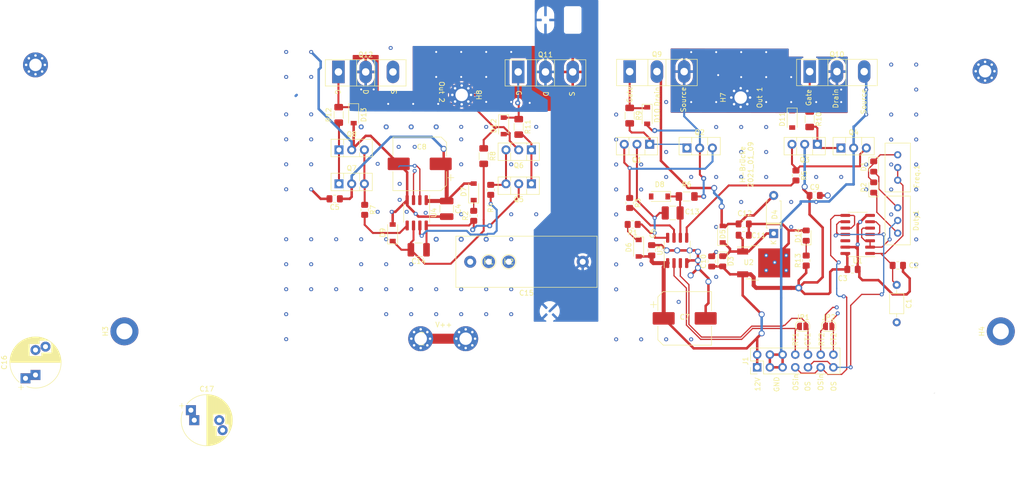
<source format=kicad_pcb>
(kicad_pcb (version 20240108) (generator "pcbnew") (generator_version "8.0")
  (title_block (title "H-Brücke") (date "2023-09-07") (rev "A3"))
  (layers (0 "F.Cu" signal) (31 "B.Cu" signal) (34 "B.Paste" user) (35 "F.Paste" user) (36 "B.SilkS" user "B.Silkscreen") (37 "F.SilkS" user "F.Silkscreen") (38 "B.Mask" user) (39 "F.Mask" user) (44 "Edge.Cuts" user))
  (net 0 "")
  (net 1 "Net-(D3-K)")
  (net 2 "+36V")
  (net 3 "GND")
  (net 4 "+12V")
  (net 5 "Net-(Q1-C)")
  (net 6 "Net-(D8-K)")
  (net 7 "Net-(Q5-C)")
  (net 8 "Net-(D9-K)")
  (net 9 "Net-(D1-K)")
  (net 10 "CT2")
  (net 11 "Osc")
  (net 12 "RT2")
  (net 13 "OSC_inv")
  (net 14 "CT1")
  (net 15 "RT1")
  (net 16 "Net-(D1-A)")
  (net 17 "Net-(D2-K)")
  (net 18 "Net-(C1-Pad1)")
  (net 19 "Net-(D6-K)")
  (net 20 "Net-(D7-K)")
  (net 21 "Net-(D10-K)")
  (net 22 "Net-(D10-A)")
  (net 23 "Net-(D11-K)")
  (net 24 "Net-(D12-K)")
  (net 25 "Net-(D12-A)")
  (net 26 "Net-(D13-K)")
  (net 27 "Net-(D14-K)")
  (net 28 "Net-(Q1-E)")
  (net 29 "Net-(Q1-B)")
  (net 30 "Net-(Q3-E)")
  (net 31 "Net-(Q3-B)")
  (net 32 "Net-(Q5-E)")
  (net 33 "Net-(Q5-B)")
  (net 34 "Net-(Q7-E)")
  (net 35 "Net-(Q7-B)")
  (net 36 "Net-(U3-HO)")
  (net 37 "Net-(U4-HO)")
  (net 38 "Net-(U3-LO)")
  (net 39 "Net-(U4-LO)")
  (net 40 "Net-(Duty1-Pad2)")
  (footprint "Diode_SMD:D_SOD-123" (layer "F.Cu") (at 173.812 102.29 -90)
    (property "Reference" "D6")
    (property "Value" "D_Schottky")
  )
  (footprint "Package_TO_SOT_THT:TO-247-3_Vertical" (layer "F.Cu") (at 172.012 66.94)
    (property "Reference" "Q9")
    (property "Value" "C2M0025120D")
  )
  (footprint "Package_SO:SOP-8_3.76x4.96mm_P1.27mm" (layer "F.Cu") (at 181.512 102.74 90)
    (property "Reference" "U3")
    (property "Value" "U3115S")
  )
  (footprint "Capacitor_SMD:C_0805_2012Metric_Pad1.18x1.45mm_HandSolder" (layer "F.Cu") (at 176.412 102.715 90)
    (property "Reference" "C6")
    (property "Value" "100nF")
  )
  (footprint "Capacitor_SMD:CP_Elec_10x10.5" (layer "F.Cu") (at 183.012 116.34)
    (property "Reference" "C7")
    (property "Value" "100uF")
  )
  (footprint "MountingHole:MountingHole_2.5mm_Pad_Via" (layer "F.Cu") (at 139.222 120.41 -90)
    (property "Reference" "H9")
    (property "Value" "MountingHole_Pad")
  )
  (footprint "MountingHole:MountingHole_2.5mm_Pad_Via" (layer "F.Cu") (at 194.212 72.14 90)
    (property "Reference" "H7")
    (property "Value" "MountingHole_Pad")
  )
  (footprint "MountingHole:MountingHole_2.5mm_Pad_Via" (layer "F.Cu") (at 243.087 66.87 90)
    (property "Reference" "H5")
    (property "Value" "MountingHole_Pad")
  )
  (footprint "MountingHole:MountingHole_3.2mm_M3_DIN965_Pad" (layer "F.Cu") (at 246.232 118.94 90)
    (property "Reference" "H4")
    (property "Value" "MountingHole_Pad")
  )
  (footprint "Capacitor_SMD:C_0805_2012Metric_Pad1.15x1.40mm_HandSolder" (layer "F.Cu") (at 188.412 104.94 90)
    (property "Reference" "C10")
    (property "Value" "1uF")
  )
  (footprint "Capacitor_SMD:C_0805_2012Metric_Pad1.15x1.40mm_HandSolder" (layer "F.Cu") (at 194.812 97.44)
    (property "Reference" "C12")
    (property "Value" "100nF")
  )
  (footprint "Capacitor_SMD:C_1210_3225Metric_Pad1.42x2.65mm_HandSolder" (layer "F.Cu") (at 180.612 95.24)
    (property "Reference" "C13")
    (property "Value" "10uF")
  )
  (footprint "LED_SMD:LED_0805_2012Metric_Pad1.15x1.40mm_HandSolder" (layer "F.Cu") (at 207.312 99.765 90)
    (property "Reference" "D14")
    (property "Value" "LED")
  )
  (footprint "Diode_SMD:D_0805_2012Metric_Pad1.15x1.40mm_HandSolder" (layer "F.Cu") (at 190.612 104.915 -90)
    (property "Reference" "D3")
    (property "Value" "D")
  )
  (footprint "Jumper:SolderJumper-2_P1.3mm_Open_RoundedPad1.0x1.5mm" (layer "F.Cu") (at 206.612 117.94)
    (property "Reference" "JP1")
    (property "Value" "SolderJumper_2_Bridged")
  )
  (footprint "Resistor_SMD:R_0805_2012Metric_Pad1.20x1.40mm_HandSolder" (layer "F.Cu") (at 207.312 104.765 90)
    (property "Reference" "R13")
    (property "Value" "10k")
  )
  (footprint "Resistor_SMD:R_0805_2012Metric_Pad1.20x1.40mm_HandSolder" (layer "F.Cu") (at 172.012 93.24 -90)
    (property "Reference" "R3")
    (property "Value" "10R")
  )
  (footprint "Resistor_SMD:R_0805_2012Metric_Pad1.20x1.40mm_HandSolder" (layer "F.Cu") (at 205.262 87.74 -90)
    (property "Reference" "R5")
    (property "Value" "10R")
  )
  (footprint "Package_TO_SOT_SMD:TO-252-2" (layer "F.Cu") (at 198.812 105.24)
    (property "Reference" "U2")
    (property "Value" "L7812")
  )
  (footprint "MountingHole:MountingHole_3.2mm_M3_DIN965_Pad" (layer "F.Cu") (at 70.972 118.94 90)
    (property "Reference" "H3")
    (property "Value" "MountingHole_Pad")
  )
  (footprint "Diode_SMD:D_SOD-123" (layer "F.Cu") (at 190.612 99.49 90)
    (property "Reference" "D5")
    (property "Value" "D")
  )
  (footprint "Diode_SMD:D_SOD-123" (layer "F.Cu") (at 175.512 75.74 -90)
    (property "Reference" "D10")
    (property "Value" "D_Zener")
  )
  (footprint "Diode_SMD:D_SOD-123" (layer "F.Cu") (at 204.512 76.49 -90)
    (property "Reference" "D11")
    (property "Value" "D_Zener")
  )
  (footprint "Package_TO_SOT_THT:TO-126-3_Vertical" (layer "F.Cu") (at 176.012 81.49 180)
    (property "Reference" "Q1")
    (property "Value" "BD139")
  )
  (footprint "Package_TO_SOT_THT:TO-126-3_Vertical" (layer "F.Cu") (at 183.472 82.24)
    (property "Reference" "Q2")
    (property "Value" "BD140")
  )
  (footprint "Package_TO_SOT_THT:TO-126-3_Vertical" (layer "F.Cu") (at 209.552 81.49 180)
    (property "Reference" "Q3")
    (property "Value" "BD139")
  )
  (footprint "Package_TO_SOT_THT:TO-126-3_Vertical" (layer "F.Cu") (at 214.262 82.24)
    (property "Reference" "Q4")
    (property "Value" "BD140")
  )
  (footprint "Resistor_SMD:R_1206_3216Metric_Pad1.30x1.75mm_HandSolder" (layer "F.Cu") (at 172.012 75.7525 -90)
    (property "Reference" "R9")
    (property "Value" "1R")
  )
  (footprint "Resistor_SMD:R_1206_3216Metric_Pad1.30x1.75mm_HandSolder" (layer "F.Cu") (at 208.012 76.4775 -90)
    (property "Reference" "R10")
    (property "Value" "1R")
  )
  (footprint "Potentiometer_THT:Potentiometer_Bourns_3296W_Vertical" (layer "F.Cu") (at 225.612 99.28 -90)
    (property "Reference" "Duty1")
    (property "Value" "1k")
  )
  (footprint "Capacitor_SMD:C_0805_2012Metric_Pad1.18x1.45mm_HandSolder" (layer "F.Cu") (at 225.637 105.74)
    (property "Reference" "C2")
    (property "Value" "100n")
  )
  (footprint "Capacitor_SMD:C_0805_2012Metric_Pad1.15x1.40mm_HandSolder" (layer "F.Cu") (at 194.812 99.69)
    (property "Reference" "C11")
    (property "Value" "100nF")
  )
  (footprint "Capacitor_SMD:C_0805_2012Metric_Pad1.15x1.40mm_HandSolder" (layer "F.Cu") (at 209.012 91.74)
    (property "Reference" "C9")
    (property "Value" "100nF")
  )
  (footprint "Diode_THT:D_A-405_P7.62mm_Horizontal" (layer "F.Cu") (at 200.812 99.36 90)
    (property "Reference" "D4")
    (property "Value" "D")
  )
  (footprint "Diode_SMD:D_SOD-123" (layer "F.Cu") (at 177.962 91.94 180)
    (property "Reference" "D8")
    (property "Value" "D_Schottky")
  )
  (footprint "Resistor_SMD:R_1206_3216Metric_Pad1.30x1.75mm_HandSolder" (layer "F.Cu") (at 183.412 91.94 180)
    (property "Reference" "R6")
    (property "Value" "1R")
  )
  (footprint "Capacitor_THT:C_Rect_L28.0mm_W10.0mm_P22.50mm_MKS4" (layer "F.Cu") (at 162.622 105.01 180)
    (property "Reference" "C15")
    (property "Value" "10uF")
  )
  (footprint "Diode_SMD:D_SOD-123" (layer "F.Cu") (at 140.822 91.01 90)
    (property "Reference" "D7")
    (property "Value" "D_Schottky")
  )
  (footprint "Diode_SMD:D_SOD-123" (layer "F.Cu") (at 124.622 99.21 90)
    (property "Reference" "D9")
    (property "Value" "D_Schottky")
  )
  (footprint "Diode_SMD:D_SOD-123" (layer "F.Cu") (at 146.822 77.81 -90)
    (property "Reference" "D12")
    (property "Value" "D_Zener")
  )
  (footprint "MountingHole:MountingHole_2.5mm_Pad_Via" (layer "F.Cu") (at 130.222 120.41 -90)
    (property "Reference" "H10")
    (property "Value" "MountingHole_Pad")
  )
  (footprint "MountingHole:MountingHole_2.5mm_Pad_Via" (layer "F.Cu") (at 138.422 71.61 -90)
    (property "Reference" "H8")
    (property "Value" "MountingHole_Pad")
  )
  (footprint "MountingHole:MountingHole_2.5mm_Pad_Via" (layer "F.Cu") (at 53.192 65.6 -90)
    (property "Reference" "H6")
    (property "Value" "MountingHole_Pad")
  )
  (footprint "Connector_PinHeader_2.54mm:PinHeader_2x07_P2.54mm_Vertical" (layer "F.Cu") (at 197.512 126.14 90)
    (property "Reference" "J1")
    (property "Value" "Conn_02x07_Odd_Even")
  )
  (footprint "Jumper:SolderJumper-2_P1.3mm_Open_RoundedPad1.0x1.5mm" (layer "F.Cu") (at 211.812 117.94)
    (property "Reference" "JP2")
    (property "Value" "SolderJumper_2_Bridged")
  )
  (footprint "Package_TO_SOT_THT:TO-126-3_Vertical" (layer "F.Cu") (at 152.362 82.61 180)
    (property "Reference" "Q6")
    (property "Value" "BD140")
  )
  (footprint "Package_TO_SOT_THT:TO-126-3_Vertical" (layer "F.Cu") (at 113.882 89.41)
    (property "Reference" "Q7")
    (property "Value" "BD139")
  )
  (footprint "Package_TO_SOT_THT:TO-126-3_Vertical" (layer "F.Cu") (at 113.882 82.61)
    (property "Reference" "Q8")
    (property "Value" "BD140")
  )
  (footprint "Package_TO_SOT_THT:TO-247-3_Vertical" (layer "F.Cu") (at 149.722 67.01)
    (property "Reference" "Q11")
    (property "Value" "C2M0025120D")
  )
  (footprint "Resistor_SMD:R_0805_2012Metric_Pad1.20x1.40mm_HandSolder" (layer "F.Cu") (at 172.612 97.54 180)
    (property "Reference" "R1")
    (property "Value" "10R")
  )
  (footprint "Resistor_SMD:R_0805_2012Metric_Pad1.20x1.40mm_HandSolder" (layer "F.Cu") (at 140.822 95.81 90)
    (property "Reference" "R2")
    (property "Value" "10R")
  )
  (footprint "Resistor_SMD:R_0805_2012Metric_Pad1.20x1.40mm_HandSolder" (layer "F.Cu") (at 144.222 90.61 -90)
    (property "Reference" "R4")
    (property "Value" "10R")
  )
  (footprint "Resistor_SMD:R_0805_2012Metric_Pad1.20x1.40mm_HandSolder" (layer "F.Cu") (at 119.022 94.61 -90)
    (property "Reference" "R7")
    (property "Value" "10R")
  )
  (footprint "Resistor_SMD:R_1206_3216Metric_Pad1.30x1.75mm_HandSolder" (layer "F.Cu") (at 142.822 83.86 -90)
    (property "Reference" "R8")
    (property "Value" "1R")
  )
  (footprint "Resistor_SMD:R_1206_3216Metric_Pad1.30x1.75mm_HandSolder" (layer "F.Cu") (at 149.822 78.01 -90)
    (property "Reference" "R11")
    (property "Value" "1R")
  )
  (footprint "Resistor_SMD:R_1206_3216Metric_Pad1.30x1.75mm_HandSolder" (layer "F.Cu") (at 113.822 75.61 -90)
    (property "Reference" "R12")
    (property "Value" "1R")
  )
  (footprint "Package_SO:SOP-8_3.76x4.96mm_P1.27mm" (layer "F.Cu") (at 129.422 95.21 -90)
    (property "Reference" "U4")
    (property "Value" "U3115S")
  )
  (footprint "Package_TO_SOT_THT:TO-247-3_Vertical" (layer "F.Cu") (at 113.772 67.01)
    (property "Reference" "Q12")
    (property "Value" "C2M0025120D")
  )
  (footprint "Package_TO_SOT_THT:TO-247-3_Vertical" (layer "F.Cu") (at 208.012 66.94)
    (property "Reference" "Q10")
    (property "Value" "C2M0025120D")
  )
  (footprint "Capacitor_SMD:C_0805_2012Metric_Pad1.18x1.45mm_HandSolder" (layer "F.Cu") (at 216.5745 106.54)
    (property "Reference" "C3")
    (property "Value" "100nF")
  )
  (footprint "Capacitor_SMD:C_1210_3225Metric_Pad1.33x2.70mm_HandSolder" (layer "F.Cu") (at 129.822 102.61 180)
    (property "Reference" "C14")
    (property "Value" "10uF")
  )
  (footprint "Diode_SMD:D_SOD-123" (layer "F.Cu") (at 116.822 75.61 -90)
    (property "Reference" "D13")
    (property "Value" "D_Zener")
  )
  (footprint "Capacitor_SMD:C_1210_3225Metric_Pad1.33x2.70mm_HandSolder" (layer "F.Cu") (at 135.422 94.41 -90)
    (property "Reference" "C4")
    (property "Value" "10uF")
  )
  (footprint "Capacitor_THT:CP_Radial_D10.0mm_P5.00mm_P7.50mm" (layer "F.Cu") (at 53.192 127.67 90)
    (property "Reference" "C16")
    (property "Value" "100uF")
  )
  (footprint "Package_TO_SOT_THT:TO-126-3_Vertical" (layer "F.Cu") (at 152.362 89.41 180)
    (property "Reference" "Q5")
    (property "Value" "BD139")
  )
  (footprint "Capacitor_SMD:CP_Elec_10x10.5" (layer "F.Cu") (at 130.022 85.41 180)
    (property "Reference" "C8")
    (property "Value" "100uF")
  )
  (footprint "Capacitor_SMD:C_0805_2012Metric_Pad1.18x1.45mm_HandSolder" (layer "F.Cu") (at 113.022 92.41 180)
    (property "Reference" "C5")
    (property "Value" "100nF")
  )
  (footprint "Package_SO:SO-14_3.9x8.65mm_P1.27mm" (layer "F.Cu") (at 217.612 99.54 180)
    (property "Reference" "U1")
    (property "Value" "40106")
  )
  (footprint "Diode_SMD:D_0805_2012Metric_Pad1.15x1.40mm_HandSolder" (layer "F.Cu") (at 220.812 85.94 -90)
    (property "Reference" "D1")
    (property "Value" "D")
  )
  (footprint "Diode_SMD:D_0805_2012Metric_Pad1.15x1.40mm_HandSolder" (layer "F.Cu") (at 220.812 90.14 90)
    (property "Reference" "D2")
    (property "Value" "D")
  )
  (footprint "Potentiometer_THT:Potentiometer_Bourns_3296W_Vertical" (layer "F.Cu") (at 225.612 83.6 90)
    (property "Reference" "Freq.1")
    (property "Value" "10k")
  )
  (footprint "Capacitor_THT:C_Axial_L3.8mm_D2.6mm_P7.50mm_Horizontal" (layer "F.Cu") (at 225.412 109.64 -90)
    (property "Reference" "C1")
    (property "Value" "100n")
  )
  (footprint "TestPoint:TestPoint_THTPad_D2.5mm_Drill1.2mm" (layer "F.Cu") (at 143.822 105.01)
    (property "Reference" "H1")
    (property "Value" "MountingHole_Pad")
  )
  (footprint "TestPoint:TestPoint_THTPad_D2.5mm_Drill1.2mm" (layer "F.Cu") (at 147.822 105.01)
    (property "Reference" "H2")
    (property "Value" "MountingHole_Pad")
  )
  (footprint "Capacitor_THT:CP_Radial_D10.0mm_P5.00mm_P7.50mm" (layer "F.Cu") (at 84.942 136.72)
    (property "Reference" "C17")
    (property "Value" "100uF")
  )
  (gr_line (start 233.012 131.34) (end 233.012 131.14) (stroke (width 0.05)) (layer "Edge.Cuts"))
  (gr_line (start 232.812 131.34) (end 233.012 131.34) (stroke (width 0.05)) (layer "Edge.Cuts"))
  (gr_text "H-Brücke\n2021_01_09" (at 195.412 85.54 90) (layer "F.SilkS") (effects (font (size 1 1))))
  (gr_text "Gate" (at 207.812 72.14 90) (layer "F.SilkS") (effects (font (size 1 1))))
  (gr_text "V++" (at 134.822 117.61 0) (layer "F.SilkS") (effects (font (size 1 1))))
  (gr_text "Source" (at 182.762 72.54 90) (layer "F.SilkS") (effects (font (size 1 1))))
  (gr_text "G" (at 113.622 71.01 -90) (layer "F.SilkS") (effects (font (size 1 1))))
  (gr_text "S\n" (at 160.422 71.41 -90) (layer "F.SilkS") (effects (font (size 1 1))))
  (gr_text "Drain" (at 213.212 72.34 90) (layer "F.SilkS") (effects (font (size 1 1))))
  (gr_text "OS" (at 212.812 129.94 90) (layer "F.SilkS") (effects (font (size 1 1))))
  (gr_text "OSin" (at 210.212 129.14 90) (layer "F.SilkS") (effects (font (size 1 1))))
  (gr_text "Gate" (at 172.012 71.54 90) (layer "F.SilkS") (effects (font (size 1 1))))
  (gr_text "RT1" (at 205.212 120.54 90) (layer "F.SilkS") (effects (font (size 1 1))))
  (gr_text "Source" (at 218.812 72.94 90) (layer "F.SilkS") (effects (font (size 1 1))))
  (gr_text "GND" (at 201.412 129.54 90) (layer "F.SilkS") (effects (font (size 1 1))))
  (gr_text "D" (at 155.222 71.41 -90) (layer "F.SilkS") (effects (font (size 1 1))))
  (gr_text "CT1" (at 207.612 120.54 90) (layer "F.SilkS") (effects (font (size 1 1))))
  (gr_text "12V" (at 197.612 129.54 90) (layer "F.SilkS") (effects (font (size 1 1))))
  (gr_text "Out 1" (at 198.012 72.14 90) (layer "F.SilkS") (effects (font (size 1 1))))
  (gr_text "RT2" (at 210.412 120.54 90) (layer "F.SilkS") (effects (font (size 1 1))))
  (gr_text "OS" (at 207.612 129.94 90) (layer "F.SilkS") (effects (font (size 1 1))))
  (gr_text "D" (at 119.222 71.01 -90) (layer "F.SilkS") (effects (font (size 1 1))))
  (gr_text "CT2" (at 212.812 120.54 90) (layer "F.SilkS") (effects (font (size 1 1))))
  (gr_text "OSin" (at 205.212 129.14 90) (layer "F.SilkS") (effects (font (size 1 1))))
  (gr_text "Out 2" (at 134.422 71.01 -90) (layer "F.SilkS") (effects (font (size 1 1))))
  (gr_text "G" (at 149.822 71.21 -90) (layer "F.SilkS") (effects (font (size 1 1))))
  (gr_text "S" (at 124.822 71.01 -90) (layer "F.SilkS") (effects (font (size 1 1))))
  (gr_text "Drain" (at 177.512 71.94 90) (layer "F.SilkS") (effects (font (size 1 1))))
  (via (at 103.322 120.51) (size 0.8) (drill 0.4) (layers "F.Cu" "B.Cu") (net 0))
  (via (at 126.022 92.61) (size 0.8) (drill 0.4) (layers "F.Cu" "B.Cu") (net 0))
  (segment (start 194.612 102.96) (end 194.612 100.515) (width 0.5) (layer "F.Cu") (net 1))
  (segment (start 192.067 102.96) (end 190.812 104.215) (width 0.5) (layer "F.Cu") (net 1))
  (segment (start 194.612 102.96) (end 195.792 102.96) (width 0.5) (layer "F.Cu") (net 1))
  (segment (start 192.067 102.96) (end 192.067 102.395) (width 0.5) (layer "F.Cu") (net 1))
  (segment (start 194.612 100.515) (end 193.787 99.69) (width 0.5) (layer "F.Cu") (net 1))
  (segment (start 199.392 99.36) (end 200.812 99.36) (width 0.5) (layer "F.Cu") (net 1))
  (segment (start 195.792 102.96) (end 199.392 99.36) (width 0.5) (layer "F.Cu") (net 1))
  (segment (start 192.067 102.395) (end 191.062 101.39) (width 0.5) (layer "F.Cu") (net 1))
  (segment (start 194.612 102.96) (end 192.067 102.96) (width 0.5) (layer "F.Cu") (net 1))
  (segment (start 190.412 97.64) (end 190.612 97.84) (width 0.5) (layer "F.Cu") (net 2))
  (segment (start 130.222 120.41) (end 139.222 120.41) (width 2) (layer "F.Cu") (net 2))
  (segment (start 190.412 93.94) (end 190.412 97.64) (width 0.5) (layer "F.Cu") (net 2))
  (segment (start 183.712 90.24) (end 188.912 90.24) (width 0.5) (layer "F.Cu") (net 2))
  (segment (start 196.812 95.74) (end 195.487 95.74) (width 0.5) (layer "F.Cu") (net 2))
  (segment (start 178.262 67.74) (end 177.462 66.94) (width 0.5) (layer "F.Cu") (net 2))
  (segment (start 193.787 97.44) (end 191.712 97.44) (width 0.5) (layer "F.Cu") (net 2))
  (segment (start 200.812 91.74) (end 196.812 95.74) (width 0.5) (layer "F.Cu") (net 2))
  (segment (start 178.262 84.79) (end 183.712 90.24) (width 0.5) (layer "F.Cu") (net 2))
  (segment (start 195.487 95.74) (end 193.787 97.44) (width 0.5) (layer "F.Cu") (net 2))
  (segment (start 178.262 84.79) (end 178.262 67.74) (width 0.5) (layer "F.Cu") (net 2))
  (segment (start 191.712 97.44) (end 191.062 98.09) (width 0.5) (layer "F.Cu") (net 2))
  (via (at 169.312 100.54) (size 0.8) (drill 0.4) (layers "F.Cu" "B.Cu") (net 2))
  (via (at 188.912 90.24) (size 1.2) (drill 0.8) (layers "F.Cu" "B.Cu") (net 2))
  (via (at 190.412 93.94) (size 1.2) (drill 0.8) (layers "F.Cu" "B.Cu") (net 2))
  (segment (start 188.912 90.24) (end 188.912 91.24) (width 0.5) (layer "B.Cu") (net 2))
  (segment (start 160.422 102.81) (end 162.622 105.01) (width 0.5) (layer "B.Cu") (net 2))
  (segment (start 160.422 72.26) (end 160.422 102.81) (width 0.5) (layer "B.Cu") (net 2))
  (segment (start 140.822 122.01) (end 139.222 120.41) (width 0.25) (layer "B.Cu") (net 2))
  (segment (start 162.622 105.01) (end 162.622 108.3) (width 0.5) (layer "B.Cu") (net 2))
  (segment (start 160.422 72.26) (end 155.172 67.01) (width 0.5) (layer "B.Cu") (net 2))
  (segment (start 162.622 108.3) (end 156.022 114.9) (width 0.5) (layer "B.Cu") (net 2))
  (segment (start 190.412 92.74) (end 190.412 93.94) (width 0.5) (layer "B.Cu") (net 2))
  (segment (start 131.822 122.01) (end 130.222 120.41) (width 0.25) (layer "B.Cu") (net 2))
  (segment (start 188.912 91.24) (end 190.412 92.74) (width 0.5) (layer "B.Cu") (net 2))
  (segment (start 129.222 95.41) (end 129.7845 95.9725) (width 0.5) (layer "F.Cu") (net 3))
  (segment (start 217.612 101.54) (end 217.612 100.14) (width 0.5) (layer "F.Cu") (net 3))
  (segment (start 218.112 97.04) (end 219.422 95.73) (width 0.5) (layer "F.Cu") (net 3))
  (segment (start 217.612 106.54) (end 217.612 102.54) (width 0.5) (layer "F.Cu") (net 3))
  (segment (start 188.437 103.915) (end 189.312 103.04) (width 0.5) (layer "F.Cu") (net 3))
  (segment (start 200.912 104.24) (end 203.812 101.34) (width 0.5) (layer "F.Cu") (net 3))
  (segment (start 110.222 92.41) (end 108.322 90.51) (width 0.5) (layer "F.Cu") (net 3))
  (segment (start 217.93701 108.06501) (end 217.93701 106.86501) (width 0.5) (layer "F.Cu") (net 3))
  (segment (start 218.562 108.69) (end 217.93701 108.06501) (width 0.5) (layer "F.Cu") (net 3))
  (segment (start 188.412 103.915) (end 188.437 103.915) (width 0.5) (layer "F.Cu") (net 3))
  (segment (start 202.112 97.44) (end 202.312 97.24) (width 0.5) (layer "F.Cu") (net 3))
  (segment (start 176.412 101.69) (end 178.372 101.69) (width 0.5) (layer "F.Cu") (net 3))
  (segment (start 228.012 108.34) (end 226.6745 107.0025) (width 0.5) (layer "F.Cu") (net 3))
  (segment (start 217.152 102.08) (end 217.612 102.54) (width 0.5) (layer "F.Cu") (net 3))
  (segment (start 185.672 102.99) (end 185.672 104.74) (width 0.5) (layer "F.Cu") (net 3))
  (segment (start 218.562 108.69) (end 221.762 108.69) (width 0.5) (layer "F.Cu") (net 3))
  (segment (start 195.837 97.44) (end 195.837 99.69) (width 0.5) (layer "F.Cu") (net 3))
  (segment (start 181.512 102.74) (end 184.012 102.74) (width 0.5) (layer "F.Cu") (net 3))
  (segment (start 185.422 102.74) (end 185.672 102.99) (width 0.5) (layer "F.Cu") (net 3))
  (segment (start 221.762 108.69) (end 224.612 111.54) (width 0.5) (layer "F.Cu") (net 3))
  (segment (start 217.612 102.54) (end 217.612 101.54) (width 0.5) (layer "F.Cu") (net 3))
  (segment (start 119.222 79.81) (end 116.422 82.61) (width 0.5) (layer "F.Cu") (net 3))
  (segment (start 127.517 92.6725) (end 127.517 93.705) (width 0.5) (layer "F.Cu") (net 3))
  (segment (start 124.622 97.56) (end 124.622 95.21) (width 0.5) (layer "F.Cu") (net 3))
  (segment (start 111.9845 92.41) (end 110.222 92.41) (width 0.5) (layer "F.Cu") (net 3))
  (segment (start 120.222 79.81) (end 119.222 79.81) (width 0.5) (layer "F.Cu") (net 3))
  (segment (start 226.6745 107.0025) (end 226.6745 105.74) (width 0.5) (layer "F.Cu") (net 3))
  (segment (start 125.822 85.41) (end 120.222 79.81) (width 0.5) (layer "F.Cu") (net 3))
  (segment (start 226.662 105.74) (end 226.662 106.09) (width 0.5) (layer "F.Cu") (net 3))
  (segment (start 228.012 110.94) (end 228.012 108.34) (width 0.5) (layer "F.Cu") (net 3))
  (segment (start 227.412 111.54) (end 228.012 110.94) (width 0.5) (layer "F.Cu") (net 3))
  (segment (start 127.517 87.105) (end 125.822 85.41) (width 0.5) (layer "F.Cu") (net 3))
  (segment (start 116.822 77.26) (end 116.822 82.21) (width 0.5) (layer "F.Cu") (net 3))
  (segment (start 116.822 82.21) (end 116.422 82.61) (width 0.5) (layer "F.Cu") (net 3))
  (segment (start 185.672 104.74) (end 183.9545 104.74) (width 0.5) (layer "F.Cu") (net 3))
  (segment (start 187.212 113.84) (end 187.762 113.29) (width 0.5) (layer "F.Cu") (net 3))
  (segment (start 217.612 97.54) (end 218.112 97.04) (width 0.5) (layer "F.Cu") (net 3))
  (segment (start 203.812 101.34) (end 203.812 98.74) (width 0.5) (layer "F.Cu") (net 3))
  (segment (start 203.812 98.74) (end 202.312 97.24) (width 0.5) (layer "F.Cu") (net 3))
  (segment (start 185.672 106.28) (end 184.212 107.74) (width 0.5) (layer "F.Cu") (net 3))
  (segment (start 178.372 101.69) (end 179.422 102.74) (width 0.5) (layer "F.Cu") (net 3))
  (segment (start 187.762 108.33) (end 185.672 106.24) (width 0.5) (layer "F.Cu") (net 3))
  (segment (start 207.312 98.74) (end 203.812 98.74) (width 0.5) (layer "F.Cu") (net 3))
  (segment (start 202.592 123.6) (end 200.052 123.6) (width 0.5) (layer "F.Cu") (net 3))
  (segment (start 127.517 92.6725) (end 127.517 87.105) (width 0.5) (layer "F.Cu") (net 3))
  (segment (start 217.612 100.14) (end 217.612 97.54) (width 0.5) (layer "F.Cu") (net 3))
  (segment (start 125.1795 95.01) (end 127.517 92.6725) (width 0.5) (layer "F.Cu") (net 3))
  (segment (start 185.672 104.74) (end 185.672 106.24) (width 0.5) (layer "F.Cu") (net 3))
  (segment (start 187.762 108.99) (end 187.762 108.33) (width 0.5) (layer "F.Cu") (net 3))
  (segment (start 184.012 102.74) (end 185.422 102.74) (width 0.5) (layer "F.Cu") (net 3))
  (segment (start 200.912 105.24) (end 200.912 104.24) (width 0.5) (layer "F.Cu") (net 3))
  (segment (start 185.672 106.24) (end 185.672 106.28) (width 0.5) (layer "F.Cu") (net 3))
  (segment (start 187.212 116.34) (end 187.212 113.84) (width 0.5) (layer "F.Cu") (net 3))
  (segment (start 217.93701 106.86501) (end 217.612 106.54) (width 0.5) (layer "F.Cu") (net 3))
  (segment (start 187.762 108.99) (end 187.762 113.29) (width 0.5) (layer "F.Cu") (net 3))
  (segment (start 202.592 126.14) (end 200.052 126.14) (width 0.5) (layer "F.Cu") (net 3))
  (segment (start 200.052 126.14) (end 200.052 123.6) (width 0.5) (layer "F.Cu") (net 3))
  (segment (start 129.7845 95.9725) (end 135.422 95.9725) (width 0.5) (layer "F.Cu") (net 3))
  (segment (start 124.422 95.01) (end 125.1795 95.01) (width 0.5) (layer "F.Cu") (net 3))
  (segment (start 183.9545 104.74) (end 183.417 105.2775) (width 0.5) (layer "F.Cu") (net 3))
  (segment (start 210.037 91.74) (end 211.612 91.74) (width 0.5) (layer "F.Cu") (net 3))
  (segment (start 219.422 95.73) (end 220.287 95.73) (width 0.5) (layer "F.Cu") (net 3))
  (segment (start 202.592 123.6) (end 202.592 126.14) (width 0.5) (layer "F.Cu") (net 3))
  (segment (start 179.422 102.74) (end 181.512 102.74) (width 0.5) (layer "F.Cu") (net 3))
  (segment (start 215.337 102.08) (end 217.152 102.08) (width 0.5) (layer "F.Cu") (net 3))
  (segment (start 124.622 95.21) (end 124.422 95.01) (width 0.5) (layer "F.Cu") (net 3))
  (segment (start 224.612 111.54) (end 227.412 111.54) (width 0.5) (layer "F.Cu") (net 3))
  (segment (start 127.517 93.705) (end 129.222 95.41) (width 0.5) (layer "F.Cu") (net 3))
  (segment (start 195.837 97.44) (end 202.112 97.44) (width 0.5) (layer "F.Cu") (net 3))
  (via (at 185.672 106.24) (size 1.2) (drill 0.8) (layers "F.Cu" "B.Cu") (net 3))
  (via (at 184.212 107.74) (size 1.2) (drill 0.8) (layers "F.Cu" "B.Cu") (net 3))
  (via (at 203.312 103.74) (size 0.8) (drill 0.4) (layers "F.Cu" "B.Cu") (net 3))
  (via (at 203.312 106.74) (size 0.8) (drill 0.4) (layers "F.Cu" "B.Cu") (net 3))
  (via (at 217.612 101.54) (size 0.8) (drill 0.4) (layers "F.Cu" "B.Cu") (net 3))
  (via (at 128.322 105.51) (size 0.8) (drill 0.4) (layers "F.Cu" "B.Cu") (net 3))
  (via (at 138.322 110.51) (size 0.8) (drill 0.4) (layers "F.Cu" "B.Cu") (net 3))
  (via (at 229.312 65.54) (size 0.8) (drill 0.4) (layers "F.Cu" "B.Cu") (net 3))
  (via (at 184.312 120.54) (size 0.8) (drill 0.4) (layers "F.Cu" "B.Cu") (net 3))
  (via (at 204.312 98.04) (size 0.8) (drill 0.4) (layers "F.Cu" "B.Cu") (net 3))
  (via (at 185.672 104.74) (size 1.2) (drill 0.8) (layers "F.Cu" "B.Cu") (net 3))
  (via (at 199.312 78.04) (size 0.8) (drill 0.4) (layers "F.Cu" "B.Cu") (net 3))
  (via (at 169.312 110.54) (size 0.8) (drill 0.4) (layers "F.Cu" "B.Cu") (net 3))
  (via (at 229.312 95.54) (size 0.8) (drill 0.4) (layers "F.Cu" "B.Cu") (net 3))
  (via (at 128.322 110.51) (size 0.8) (drill 0.4) (layers "F.Cu" "B.Cu") (net 3))
  (via (at 153.322 78.01) (size 0.8) (drill 0.4) (layers "F.Cu" "B.Cu") (net 3))
  (via (at 224.312 90.54) (size 0.8) (drill 0.4) (layers "F.Cu" "B.Cu") (net 3))
  (via (at 138.322 80.51) (size 0.8) (drill 0.4) (layers "F.Cu" "B.Cu") (net 3))
  (via (at 108.322 100.51) (size 0.8) (drill 0.4) (layers "F.Cu" "B.Cu") (net 3))
  (via (at 103.322 75.51) (size 0.8) (drill 0.4) (layers "F.Cu" "B.Cu") (net 3))
  (via (at 148.322 95.51) (size 0.8) (drill 0.4) (layers "F.Cu" "B.Cu") (net 3))
  (via (at 148.322 110.51) (size 0.8) (drill 0.4) (layers "F.Cu" "B.Cu") (net 3))
  (via (at 187.762 108.99) (size 1.2) (drill 0.8) (layers "F.Cu" "B.Cu") (net 3))
  (via (at 201.012 105.14) (size 0.8) (drill 0.4) (layers "F.Cu" "B.Cu") (net 3))
  (via (at 229.312 85.54) (size 0.8) (drill 0.4) (layers "F.Cu" "B.Cu") (net 3))
  (via (at 123.322 105.51) (size 0.8) (drill 0.4) (layers "F.Cu" "B.Cu") (net 3))
  (via (at 138.322 78.01) (size 0.8) (drill 0.4) (layers "F.Cu" "B.Cu") (net 3))
  (via (at 108.322 110.51) (size 0.8) (drill 0.4) (layers "F.Cu" "B.Cu") (net 3))
  (via (at 224.312 95.54) (size 0.8) (drill 0.4) (layers "F.Cu" "B.Cu") (net 3))
  (via (at 169.312 95.54) (size 0.8) (drill 0.4) (layers "F.Cu" "B.Cu") (net 3))
  (via (at 108.322 80.51) (size 0.8) (drill 0.4) (layers "F.Cu" "B.Cu") (net 3))
  (via (at 108.322 63.01) (size 0.8) (drill 0.4) (layers "F.Cu" "B.Cu") (net 3))
  (via (at 169.312 120.54) (size 0.8) (drill 0.4) (layers "F.Cu" "B.Cu") (net 3))
  (via (at 224.312 65.54) (size 0.8) (drill 0.4) (layers "F.Cu" "B.Cu") (net 3))
  (via (at 229.312 100.54) (size 0.8) (drill 0.4) (layers "F.Cu" "B.Cu") (net 3))
  (via (at 179.312 83.04) (size 0.8) (drill 0.4) (layers "F.Cu" "B.Cu") (net 3))
  (via (at 108.322 68.01) (size 0.8) (drill 0.4) (layers "F.Cu" "B.Cu") (net 3))
  (via (at 129.022 82.01) (size 0.8) (drill 0.4) (layers "F.Cu" "B.Cu") (net 3))
  (via (at 103.322 105.51) (size 0.8) (drill 0.4) (layers "F.Cu" "B.Cu") (net 3))
  (via (at 189.312 88.04) (size 0.8) (drill 0.4) (layers "F.Cu" "B.Cu") (net 3))
  (via (at 148.322 85.51) (size 0.8) (drill 0.4) (layers "F.Cu" "B.Cu") (net 3))
  (via (at 133.322 100.51) (size 1) (drill 0.5) (layers "F.Cu" "B.Cu") (net 3))
  (via (at 181.512 102.74) (size 1.2) (drill 0.8) (layers "F.Cu" "B.Cu") (net 3))
  (via (at 169.312 80.54) (size 0.8) (drill 0.4) (layers "F.Cu" "B.Cu") (net 3))
  (via (at 138.322 85.51) (size 0.8) (drill 0.4) (layers "F.Cu" "B.Cu") (net 3))
  (via (at 133.322 110.51) (size 0.8) (drill 0.4) (layers "F.Cu" "B.Cu") (net 3))
  (via (at 174.312 105.54) (size 0.8) (drill 0.4) (layers "F.Cu" "B.Cu") (net 3))
  (via (at 189.312 103.04) (size 0.8) (drill 0.4) (layers "F.Cu" "B.Cu") (net 3))
  (via (at 113.322 110.51) (size 0.8) (drill 0.4) (layers "F.Cu" "B.Cu") (net 3))
  (via (at 103.322 90.51) (size 0.8) (drill 0.4) (layers "F.Cu" "B.Cu") (net 3))
  (via (at 138.322 95.51) (size 0.8) (drill 0.4) (layers "F.Cu" "B.Cu") (net 3))
  (via (at 229.312 75.54) (size 0.8) (drill 0.4) (layers "F.Cu" "B.Cu") (net 3))
  (via (at 179.422 102.74) (size 1.2) (drill 0.8) (layers "F.Cu" "B.Cu") (net 3))
  (via (at 103.322 115.51) (size 0.8) (drill 0.4) (layers "F.Cu" "B.Cu") (net 3))
  (via (at 103.322 110.51) (size 0.8) (drill 0.4) (layers "F.Cu" "B.Cu") (net 3))
  (via (at 199.312 103.74) (size 0.8) (drill 0.4) (layers "F.Cu" "B.Cu") (net 3))
  (via (at 138.322 115.51) (size 0.8) (drill 0.4) (layers "F.Cu" "B.Cu") (net 3))
  (via (at 123.322 115.51) (size 0.8) (drill 0.4) (layers "F.Cu" "B.Cu") (net 3))
  (via (at 181.812 113.04) (size 0.8) (drill 0.4) (layers "F.Cu" "B.Cu") (net 3))
  (via (at 224.312 75.54) (size 0.8) (drill 0.4) (layers "F.Cu" "B.Cu") (net 3))
  (via (at 179.312 120.54) (size 0.8) (drill 0.4) (layers "F.Cu" "B.Cu") (net 3))
  (via (at 219.312 90.54) (size 0.8) (drill 0.4) (layers "F.Cu" "B.Cu") (net 3))
  (via (at 103.322 80.51) (size 0.8) (drill 0.4) (layers "F.Cu" "B.Cu") (net 3))
  (via (at 125.822 82.01) (size 0.8) (drill 0.4) (layers "F.Cu" "B.Cu") (net 3))
  (via (at 214.312 88.04) (size 0.8) (drill 0.4) (layers "F.Cu" "B.Cu") (net 3))
  (via (at 194.312 88.04) (size 0.8) (drill 0.4) (layers "F.Cu" "B.Cu") (net 3))
  (via (at 118.322 105.51) (size 0.8) (drill 0.4) (layers "F.Cu" "B.Cu") (net 3))
  (via (at 219.312 75.54) (size 0.8) (drill 0.4) (layers "F.Cu" "B.Cu") (net 3))
  (via (at 184.312 88.04) (size 0.8) (drill 0.4) (layers "F.Cu" "B.Cu") (net 3))
  (via (at 229.312 70.54) (size 0.8) (drill 0.4) (layers "F.Cu" "B.Cu") (net 3))
  (via (at 189.312 98.04) (size 0.8) (drill 0.4) (layers "F.Cu" "B.Cu") (net 3))
  (via (at 179.312 73.04) (size 0.8) (drill 0.4) (layers "F.Cu" "B.Cu") (net 3))
  (via (at 199.312 106.74) (size 0.8) (drill 0.4) (layers "F.Cu" "B.Cu") (net 3))
  (via (at 189.312 108.04) (size 0.8) (drill 0.4) (layers "F.Cu" "B.Cu") (net 3))
  (via (at 199.312 88.04) (size 0.8) (drill 0.4) (layers "F.Cu" "B.Cu") (net 3))
  (via (at 118.322 100.51) (size 0.8) (drill 0.4) (layers "F.Cu" "B.Cu") (net 3))
  (via (at 126.022 89.41) (size 0.8) (drill 0.4) (layers "F.Cu" "B.Cu") (net 3))
  (via (at 123.322 110.51) (size 0.8) (drill 0.4) (layers "F.Cu" "B.Cu") (net 3))
  (via (at 123.322 100.51) (size 0.8) (drill 0.4) (layers "F.Cu" "B.Cu") (net 3))
  (via (at 169.312 90.54) (size 0.8) (drill 0.4) (layers "F.Cu" "B.Cu") (net 3))
  (via (at 138.322 100.51) (size 1) (drill 0.5) (layers "F.Cu" "B.Cu") (net 3))
  (via (at 143.322 110.51) (size 0.8) (drill 0.4) (layers "F.Cu" "B.Cu") (net 3))
  (via (at 121.622 95.01) (size 0.8) (drill 0.4) (layers "F.Cu" "B.Cu") (net 3))
  (via (at 209.312 93.04) (size 0.8) (drill 0.4) (layers "F.Cu" "B.Cu") (net 3))
  (via (at 218.112 97.04) (size 0.8) (drill 0.4) (layers "F.Cu" "B.Cu") (net 3))
  (via (at 184.012 102.74) (size 1.2) (drill 0.8) (layers "F.Cu" "B.Cu") (net 3))
  (via (at 143.322 100.51) (size 1) (drill 0.5) (layers "F.Cu" "B.Cu") (net 3))
  (via (at 124.222 62.21) (size 0.8) (drill 0.4) (layers "F.Cu" "B.Cu") (net 3))
  (via (at 169.312 105.54) (size 0.8) (drill 0.4) (layers "F.Cu" "B.Cu") (net 3))
  (via (at 121.622 85.41) (size 0.8) (drill 0.4) (layers "F.Cu" "B.Cu") (net 3))
  (via (at 169.312 75.54) (size 0.8) (drill 0.4) (layers "F.Cu" "B.Cu") (net 3))
  (via (at 211.612 91.74) (size 1.2) (drill 0.8) (layers "F.Cu" "B.Cu") (net 3))
  (via (at 113.322 100.51) (size 0.8) (drill 0.4) (layers "F.Cu" "B.Cu") (net 3))
  (via (at 131.222 95.21) (size 0.8) (drill 0.4) (layers "F.Cu" "B.Cu") (net 3))
  (via (at 194.312 83.04) (size 0.8) (drill 0.4) (layers "F.Cu" "B.Cu") (net 3))
  (via (at 229.312 90.54) (size 0.8) (drill 0.4) (layers "F.Cu" "B.Cu") (net 3))
  (via (at 108.322 75.51) (size 0.8) (drill 0.4) (layers "F.Cu" "B.Cu") (net 3))
  (via (at 199.312 83.04) (size 0.8) (drill 0.4) (layers "F.Cu" "B.Cu") (net 3))
  (via (at 108.322 90.51) (size 0.8) (drill 0.4) (layers "F.Cu" "B.Cu") (net 3))
  (via (at 108.322 85.51) (size 0.8) (drill 0.4) (layers "F.Cu" "B.Cu") (net 3))
  (via (at 103.322 68.01) (size 0.8) (drill 0.4) (layers "F.Cu" "B.Cu") (net 3))
  (via (at 185.672 102.99) (size 1.2) (drill 0.8) (layers "F.Cu" "B.Cu") (net 3))
  (via (at 129.222 95.41) (size 0.8) (drill 0.4) (layers "F.Cu" "B.Cu") (net 3))
  (via (at 224.312 80.54) (size 0.8) (drill 0.4) (layers "F.Cu" "B.Cu") (net 3))
  (via (at 189.312 78.04) (size 0.8) (drill 0.4) (layers "F.Cu" "B.Cu") (net 3))
  (via (at 103.322 100.51) (size 0.8) (drill 0.4) (layers "F.Cu" "B.Cu") (net 3))
  (via (at 143.322 115.51) (size 0.8) (drill 0.4) (layers "F.Cu" "B.Cu") (net 3))
  (via (at 153.322 95.51) (size 0.8) (drill 0.4) (layers "F.Cu" "B.Cu") (net 3))
  (via (at 174.312 85.54) (size 0.8) (drill 0.4) (layers "F.Cu" "B.Cu") (net 3))
  (via (at 127.422 95.01) (size 0.8) (drill 0.4) (layers "F.Cu" "B.Cu") (net 3))
  (via (at 103.322 85.51) (size 0.8) (drill 0.4) (layers "F.Cu" "B.Cu") (net 3))
  (via (at 219.312 85.54) (size 0.8) (drill 0.4) (layers "F.Cu" "B.Cu") (net 3))
  (via (at 179.312 88.04) (size 0.8) (drill 0.4) (layers "F.Cu" "B.Cu") (net 3))
  (via (at 143.322 78.01) (size 0.8) (drill 0.4) (layers "F.Cu" "B.Cu") (net 3))
  (via (at 128.322 115.51) (size 0.8) (drill 0.4) (layers "F.Cu" "B.Cu") (net 3))
  (via (at 174.312 90.54) (size 0.8) (drill 0.4) (layers "F.Cu" "B.Cu") (net 3))
  (via (at 118.322 78.01) (size 1) (drill 0.5) (layers "F.Cu" "B.Cu") (net 3))
  (via (at 148.322 115.51) (size 0.8) (drill 0.4) (layers "F.Cu" "B.Cu") (net 3))
  (via (at 133.322 115.51) (size 0.8) (drill 0.4) (layers "F.Cu" "B.Cu") (net 3))
  (via (at 108.322 105.51) (size 0.8) (drill 0.4) (layers "F.Cu" "B.Cu") (net 3))
  (via (at 229.312 105.54) (size 0.8) (drill 0.4) (layers "F.Cu" "B.Cu") (net 3))
  (via (at 219.312 70.54) (size 0.8) (drill 0.4) (layers "F.Cu" "B.Cu") (net 3))
  (via (at 204.312 93.04) (size 0.8) (drill 0.4) (layers "F.Cu" "B.Cu") (net 3))
  (via (at 103.322 63.01) (size 0.8) (drill 0.4) (layers "F.Cu" "B.Cu") (net 3))
  (via (at 133.322 78.01) (size 1) (drill 0.5) (layers "F.Cu" "B.Cu") (net 3))
  (via (at 153.322 85.51) (size 0.8) (drill 0.4) (layers "F.Cu" "B.Cu") (net 3))
  (via (at 148.322 100.51) (size 0.8) (drill 0.4) (layers "F.Cu" "B.Cu") (net 3))
  (via (at 194.312 78.04) (size 0.8) (drill 0.4) (layers "F.Cu" "B.Cu") (net 3))
  (via (at 118.322 110.51) (size 0.8) (drill 0.4) (layers "F.Cu" "B.Cu") (net 3))
  (via (at 123.322 78.01) (size 1) (drill 0.5) (layers "F.Cu" "B.Cu") (net 3))
  (via (at 128.322 78.01) (size 1) (drill 0.5) (layers "F.Cu" "B.Cu") (net 3))
  (via (at 169.312 85.54) (size 0.8) (drill 0.4) (layers "F.Cu" "B.Cu") (net 3))
  (via (at 229.312 80.54) (size 0.8) (drill 0.4) (layers "F.Cu" "B.Cu") (net 3))
  (via (at 209.312 88.04) (size 0.8) (drill 0.4) (layers "F.Cu" "B.Cu") (net 3))
  (via (at 124.422 95.01) (size 0.8) (drill 0.4) (layers "F.Cu" "B.Cu") (net 3))
  (via (at 224.312 85.54) (size 0.8) (drill 0.4) (layers "F.Cu" "B.Cu") (net 3))
  (via (at 174.312 120.54) (size 0.8) (drill 0.4) (layers "F.Cu" "B.Cu") (net 3))
  (via (at 194.312 93.04) (size 0.8) (drill 0.4) (layers "F.Cu" "B.Cu") (net 3))
  (segment (start 216.802 77.95) (end 216.902 77.95) (width 0.5) (layer "B.Cu") (net 3))
  (segment (start 202.312 112.24) (end 202.312 123.32) (width 0.5) (layer "B.Cu") (net 3))
  (segment (start 216.802 77.95) (end 216.802 82.24) (width 0.5) (layer "B.Cu") (net 3))
  (segment (start 116.422 81.01) (end 109.822 74.41) (width 0.5) (layer "B.Cu") (net 3))
  (segment (start 116.422 82.61) (end 116.422 81.01) (width 0.5) (layer "B.Cu") (net 3))
  (segment (start 215.322 89.53) (end 214.312 90.54) (width 0.5) (layer "B.Cu") (net 3))
  (segment (start 202.312 97.24) (end 206.212 93.34) (width 0.5) (layer "B.Cu") (net 3))
  (segment (start 219.312 67.34) (end 218.912 66.94) (width 0.5) (layer "B.Cu") (net 3))
  (segment (start 110.222 64.91) (end 108.322 63.01) (width 0.5) (layer "B.Cu") (net 3))
  (segment (start 216.802 89.53) (end 215.322 89.53) (width 0.5) (layer "B.Cu") (net 3))
  (segment (start 206.212 93.34) (end 206.212 92.94) (width 0.5) (layer "B.Cu") (net 3))
  (segment (start 218.912 66.94) (end 218.912 65.84) (width 0.5) (layer "B.Cu") (net 3))
  (segment (start 216.802 82.24) (end 216.802 89.53) (width 0.5) (layer "B.Cu") (net 3))
  (segment (start 211.912 92.94) (end 214.312 90.54) (width 0.5) (layer "B.Cu") (net 3))
  (segment (start 219.312 70.54) (end 219.312 67.34) (width 0.5) (layer "B.Cu") (net 3))
  (segment (start 216.902 77.95) (end 219.312 75.54) (width 0.5) (layer "B.Cu") (net 3))
  (segment (start 109.822 66.559998) (end 110.222 66.159998) (width 0.5) (layer "B.Cu") (net 3))
  (segment (start 110.222 66.159998) (end 110.222 64.91) (width 0.5) (layer "B.Cu") (net 3))
  (segment (start 206.212 92.94) (end 211.912 92.94) (width 0.5) (layer "B.Cu") (net 3))
  (segment (start 219.312 70.54) (end 219.312 75.54) (width 0.5) (layer "B.Cu") (net 3))
  (segment (start 202.312 123.32) (end 202.592 123.6) (width 0.5) (layer "B.Cu") (net 3))
  (segment (start 202.312 97.24) (end 202.312 112.24) (width 0.5) (layer "B.Cu") (net 3))
  (segment (start 105.422 71.61) (end 105.222 71.81) (width 0.5) (layer "B.Cu") (net 3))
  (segment (start 109.822 74.41) (end 109.822 66.559998) (width 0.5) (layer "B.Cu") (net 3))
  (segment (start 195.412 122.34) (end 196.012001 121.739999) (width 0.5) (layer "F.Cu") (net 4))
  (segment (start 212.112 111.14) (end 212.112 107.04) (width 0.5) (layer "F.Cu") (net 4))
  (segment (start 173.812 103.94) (end 176.212 103.94) (width 0.5) (layer "F.Cu") (net 4))
  (segment (start 205.812 110.24) (end 204.312 110.24) (width 0.8) (layer "F.Cu") (net 4))
  (segment (start 194.612 107.52) (end 194.612 111.74) (width 0.5) (layer "F.Cu") (net 4))
  (segment (start 197.512 126.14) (end 197.512 123.6) (width 0.5) (layer "F.Cu") (net 4))
  (segment (start 194.612 107.52) (end 196.212 107.52) (width 0.8) (layer "F.Cu") (net 4))
  (segment (start 140.822 89.36) (end 138.9095 89.36) (width 0.5) (layer "F.Cu") (net 4))
  (segment (start 206.912 109.14) (end 205.812 110.24) (width 0.5) (layer "F.Cu") (net 4))
  (segment (start 196.812 109.74) (end 197.312 110.24) (width 0.8) (layer "F.Cu") (net 4))
  (segment (start 196.912 126.74) (end 197.512 126.14) (width 0.5) (layer "F.Cu") (net 4))
  (segment (start 178.812 116.34) (end 178.812 106.0725) (width 0.8) (layer "F.Cu") (net 4))
  (segment (start 178.812 106.0725) (end 179.607 105.2775) (width 0.8) (layer "F.Cu") (net 4))
  (segment (start 196.012001 121.739999) (end 198.412 119.34) (width 0.5) (layer "F.Cu") (net 4))
  (segment (start 212.112 107.04) (end 212.612 106.54) (width 0.5) (layer "F.Cu") (net 4))
  (segment (start 205.812 108.74) (end 207.312 107.24) (width 0.5) (layer "F.Cu") (net 4))
  (segment (start 194.612 107.52) (end 194.612 107.54) (width 0.5) (layer "F.Cu") (net 4))
  (segment (start 215.537 106.54) (end 215.537 103.75) (width 0.5) (layer "F.Cu") (net 4))
  (segment (start 116.422 92.01) (end 116.422 90.61) (width 0.5) (layer "F.Cu") (net 4))
  (segment (start 114.0595 92.41) (end 116.022 92.41) (width 0.5) (layer "F.Cu") (net 4))
  (segment (start 207.312 107.24) (end 207.312 105.79) (width 0.5) (layer "F.Cu") (net 4))
  (segment (start 212.612 106.54) (end 215.537 106.54) (width 0.5) (layer "F.Cu") (net 4))
  (segment (start 207.012001 111.440001) (end 206.712 111.14) (width 0.5) (layer "F.Cu") (net 4))
  (segment (start 197.211999 126.440001) (end 197.512 126.14) (width 0.5) (layer "F.Cu") (net 4))
  (segment (start 197.312 110.24) (end 204.312 110.24) (width 0.8) (layer "F.Cu") (net 4))
  (segment (start 178.812 116.34) (end 184.812 122.34) (width 0.5) (layer "F.Cu") (net 4))
  (segment (start 176.412 104.94) (end 176.412 103.74) (width 0.8) (layer "F.Cu") (net 4))
  (segment (start 134.822 84.81) (end 134.222 85.41) (width 0.5) (layer "F.Cu") (net 4))
  (segment (start 135.422 92.8475) (end 135.422 86.61) (width 0.8) (layer "F.Cu") (net 4))
  (segment (start 197.512 123.6) (end 197.512 120.24) (width 0.5) (layer "F.Cu") (net 4))
  (segment (start 215.537 103.55) (end 215.337 103.35) (width 0.25) (layer "F.Cu") (net 4))
  (segment (start 210.612 108.072002) (end 209.544002 109.14) (width 0.5) (layer "F.Cu") (net 4))
  (segment (start 215.537 106.54) (end 215.537 103.55) (width 0.25) (layer "F.Cu") (net 4))
  (segment (start 188.437 105.94) (end 188.412 105.965) (width 0.5) (layer "F.Cu") (net 4))
  (segment (start 194.612 111.74) (end 196.812001 113.940001) (width 0.5) (layer "F.Cu") (net 4))
  (segment (start 176.212 103.94) (end 176.412 103.74) (width 0.5) (layer "F.Cu") (net 4))
  (segment (start 212.112 111.14) (end 211.811999 111.440001) (width 0.5) (layer "F.Cu") (net 4))
  (segment (start 135.422 92.8475) (end 131.502 92.8475) (width 0.8) (layer "F.Cu") (net 4))
  (segment (start 209.544002 109.14) (end 206.912 109.14) (width 0.5) (layer "F.Cu") (net 4))
  (segment (start 207.987 95.547002) (end 210.612 98.172002) (width 0.5) (layer "F.Cu") (net 4))
  (segment (start 196.812 108.12) (end 196.812 109.74) (width 0.8) (layer "F.Cu") (net 4))
  (segment (start 135.422 86.61) (end 134.222 85.41) (width 0.5) (layer "F.Cu") (net 4))
  (segment (start 196.812001 113.940001) (end 198.412 115.54) (width 0.5) (layer "F.Cu") (net 4))
  (segment (start 138.9095 89.36) (end 135.422 92.8475) (width 0.5) (layer "F.Cu") (net 4))
  (segment (start 211.811999 111.440001) (end 207.012001 111.440001) (width 0.5) (layer "F.Cu") (net 4))
  (segment (start 215.537 103.75) (end 215.137 103.35) (width 0.5) (layer "F.Cu") (net 4))
  (segment (start 207.987 91.74) (end 207.987 95.547002) (width 0.5) (layer "F.Cu") (net 4))
  (segment (start 192.067 107.52) (end 190.812 106.265) (width 0.5) (layer "F.Cu") (net 4))
  (segment (start 184.812 122.34) (end 195.412 122.34) (width 0.5) (layer "F.Cu") (net 4))
  (segment (start 116.022 92.41) (end 116.422 92.01) (width 0.5) (layer "F.Cu") (net 4))
  (segment (start 210.612 98.172002) (end 210.612 108.072002) (width 0.5) (layer "F.Cu") (net 4))
  (segment (start 176.7495 105.2775) (end 176.412 104.94) (width 0.8) (layer "F.Cu") (net 4))
  (segment (start 207.312 105.79) (end 206.862 106.24) (width 0.5) (layer "F.Cu") (net 4))
  (segment (start 206.737 90.49) (end 207.987 91.74) (width 0.5) (layer "F.Cu") (net 4))
  (segment (start 134.822 82.41) (end 134.822 84.81) (width 0.5) (layer "F.Cu") (net 4))
  (segment (start 196.212 107.52) (end 196.812 108.12) (width 0.8) (layer "F.Cu") (net 4))
  (segment (start 194.612 107.52) (end 192.067 107.52) (width 0.5) (layer "F.Cu") (net 4))
  (segment (start 197.512 120.24) (end 198.412 119.34) (width 0.5) (layer "F.Cu") (net 4))
  (segment (start 190.612 105.94) (end 188.437 105.94) (width 0.5) (layer "F.Cu") (net 4))
  (segment (start 205.812 110.24) (end 205.812 108.74) (width 0.5) (layer "F.Cu") (net 4))
  (segment (start 206.712 111.14) (end 205.812 110.24) (width 0.5) (layer "F.Cu") (net 4))
  (segment (start 116.422 90.61) (end 116.422 89.41) (width 0.5) (layer "F.Cu") (net 4))
  (segment (start 179.607 105.2775) (end 176.7495 105.2775) (width 0.8) (layer "F.Cu") (net 4))
  (segment (start 131.502 92.8475) (end 131.327 92.6725) (width 0.5) (layer "F.Cu") (net 4))
  (via (at 205.812 110.24) (size 1.4) (drill 0.8) (layers "F.Cu" "B.Cu") (net 4))
  (via (at 207.012 89.99) (size 1.2) (drill 0.8) (layers "F.Cu" "B.Cu") (net 4))
  (via (at 198.412 115.54) (size 1.2) (drill 0.8) (layers "F.Cu" "B.Cu") (net 4))
  (via (at 198.412 119.34) (size 1.2) (drill 0.8) (layers "F.Cu" "B.Cu") (net 4))
  (via (at 134.822 82.41) (size 1.2) (drill 0.8) (layers "F.Cu" "B.Cu") (net 4))
  (segment (start 132.422 80.01) (end 134.822 82.41) (width 0.5) (layer "B.Cu") (net 4))
  (segment (start 207.012 81.49) (end 207.012 89.99) (width 0.5) (layer "B.Cu") (net 4))
  (segment (start 116.422 87.81) (end 124.222 80.01) (width 0.5) (layer "B.Cu") (net 4))
  (segment (start 205.912 110.24) (end 205.812 110.24) (width 0.5) (layer "B.Cu") (net 4))
  (segment (start 116.422 89.41) (end 116.422 87.81) (width 0.5) (layer "B.Cu") (net 4))
  (segment (start 198.412 115.54) (end 198.412 119.34) (width 0.5) (layer "B.Cu") (net 4))
  (segment (start 124.222 80.01) (end 132.422 80.01) (width 0.5) (layer "B.Cu") (net 4))
  (segment (start 177.0495 99.2775) (end 177.012 99.24) (width 0.25) (layer "F.Cu") (net 5))
  (segment (start 173.612 97.54) (end 174.412 97.54) (width 0.4) (layer "F.Cu") (net 5))
  (segment (start 177.0495 100.2025) (end 177.0495 99.2775) (width 0.4) (layer "F.Cu") (net 5))
  (segment (start 173.472 92.7) (end 177.012 96.24) (width 0.4) (layer "F.Cu") (net 5))
  (segment (start 173.461999 92.689999) (end 173.472 92.7) (width 0.4) (layer "F.Cu") (net 5))
  (segment (start 173.472 81.49) (end 173.461999 81.500001) (width 0.4) (layer "F.Cu") (net 5))
  (segment (start 174.412 97.54) (end 176.112 99.24) (width 0.4) (layer "F.Cu") (net 5))
  (segment (start 173.461999 81.500001) (end 173.461999 92.689999) (width 0.4) (layer "F.Cu") (net 5))
  (segment (start 178.012 95.24) (end 177.012 96.24) (width 0.4) (layer "F.Cu") (net 5))
  (segment (start 176.112 99.24) (end 177.012 99.24) (width 0.4) (layer "F.Cu") (net 5))
  (segment (start 179.212 95.24) (end 178.012 95.24) (width 0.4) (layer "F.Cu") (net 5))
  (segment (start 177.0495 100.2025) (end 179.607 100.2025) (width 0.4) (layer "F.Cu") (net 5))
  (via (at 177.012 96.24) (size 0.8) (drill 0.4) (layers "F.Cu" "B.Cu") (net 5))
  (via (at 177.012 99.24) (size 0.8) (drill 0.4) (layers "F.Cu" "B.Cu") (net 5))
  (segment (start 177.012 99.24) (end 177.012 96.24) (width 0.4) (layer "B.Cu") (net 5))
  (segment (start 182.0995 92.1775) (end 181.862 91.94) (width 0.25) (layer "F.Cu") (net 6))
  (segment (start 182.012 92.24) (end 182.012 91.34) (width 0.25) (layer "F.Cu") (net 6))
  (segment (start 182.147 100.2025) (end 182.147 95.375) (width 0.4) (layer "F.Cu") (net 6))
  (segment (start 181.862 91.94) (end 179.612 91.94) (width 0.4) (layer "F.Cu") (net 6))
  (segment (start 182.147 95.375) (end 182.012 95.24) (width 0.25) (layer "F.Cu") (net 6))
  (segment (start 182.0995 95.24) (end 182.0995 92.1775) (width 0.4) (layer "F.Cu") (net 6))
  (segment (start 139.8845 97.7475) (end 140.822 96.81) (width 0.4) (layer "F.Cu") (net 7))
  (segment (start 140.822 98.41) (end 140.622 98.61) (width 0.4) (layer "F.Cu") (net 7))
  (segment (start 131.3845 102.61) (end 131.3845 97.805) (width 0.4) (layer "F.Cu") (net 7))
  (segment (start 149.822 92.01) (end 144.022 97.81) (width 0.4) (layer "F.Cu") (net 7))
  (segment (start 140.622 97.01) (end 140.822 96.81) (width 0.4) (layer "F.Cu") (net 7))
  (segment (start 131.3845 97.805) (end 131.327 97.7475) (width 0.4) (layer "F.Cu") (net 7))
  (segment (start 140.822 96.81) (end 140.822 98.41) (width 0.4) (layer "F.Cu") (net 7))
  (segment (start 149.822 89.41) (end 149.822 92.01) (width 0.4) (layer "F.Cu") (net 7))
  (segment (start 131.327 97.7475) (end 139.8845 97.7475) (width 0.4) (layer "F.Cu") (net 7))
  (via (at 140.622 98.61) (size 1) (drill 0.5) (layers "F.Cu" "B.Cu") (net 7))
  (via (at 144.022 97.81) (size 1) (drill 0.5) (layers "F.Cu" "B.Cu") (net 7))
  (segment (start 144.022 97.81) (end 141.422 97.81) (width 0.4) (layer "B.Cu") (net 7))
  (segment (start 141.422 97.81) (end 140.622 98.61) (width 0.4) (layer "B.Cu") (net 7))
  (segment (start 128.2595 101.1725) (end 128.787 100.645) (width 0.4) (layer "F.Cu") (net 8))
  (segment (start 142.822 98.81) (end 142.822 96.61) (width 0.4) (layer "F.Cu") (net 8))
  (segment (start 128.787 100.645) (end 128.787 97.7475) (width 0.4) (layer "F.Cu") (net 8))
  (segment (start 131.0595 105.41) (end 136.222 105.41) (width 0.4) (layer "F.Cu") (net 8))
  (segment (start 128.2595 102.61) (end 128.2595 101.1725) (width 0.4) (layer "F.Cu") (net 8))
  (segment (start 136.222 105.41) (end 142.822 98.81) (width 0.4) (layer "F.Cu") (net 8))
  (segment (start 128.2595 102.61) (end 126.372 102.61) (width 0.4) (layer "F.Cu") (net 8))
  (segment (start 126.372 102.61) (end 124.622 100.86) (width 0.4) (layer "F.Cu") (net 8))
  (segment (start 128.2595 102.61) (end 131.0595 105.41) (width 0.4) (layer "F.Cu") (net 8))
  (segment (start 142.822 96.61) (end 142.822 85.41) (width 0.4) (layer "F.Cu") (net 8))
  (segment (start 220.812 85.37681) (end 219.78699 86.40182) (width 0.25) (layer "F.Cu") (net 9))
  (segment (start 220.812 84.915) (end 220.812 85.37681) (width 0.25) (layer "F.Cu") (net 9))
  (segment (start 219.78699 88.08999) (end 220.812 89.115) (width 0.25) (layer "F.Cu") (net 9))
  (segment (start 220.812 84.915) (end 222.127 83.6) (width 0.25) (layer "F.Cu") (net 9))
  (segment (start 222.127 83.6) (end 225.612 83.6) (width 0.25) (layer "F.Cu") (net 9))
  (segment (start 219.78699 86.40182) (end 219.78699 88.08999) (width 0.25) (layer "F.Cu") (net 9))
  (segment (start 212.752 123.6) (end 212.752 118.23) (width 0.25) (layer "F.Cu") (net 10))
  (segment (start 212.752 118.23) (end 212.462 117.94) (width 0.25) (layer "F.Cu") (net 10))
  (segment (start 129.022 87.21) (end 129.022 86.81) (width 0.25) (layer "F.Cu") (net 10))
  (segment (start 212.462 117.94) (end 212.462 116.69) (width 0.25) (layer "F.Cu") (net 10))
  (segment (start 212.462 116.69) (end 213.612 115.54) (width 0.25) (layer "F.Cu") (net 10))
  (segment (start 213.612 115.54) (end 213.612 115.34) (width 0.25) (layer "F.Cu") (net 10))
  (segment (start 128.787 92.6725) (end 128.787 87.445) (width 0.25) (layer "F.Cu") (net 10))
  (segment (start 128.787 87.445) (end 129.022 87.21) (width 0.25) (layer "F.Cu") (net 10))
  (via (at 213.612 115.34) (size 0.8) (drill 0.4) (layers "F.Cu" "B.Cu") (net 10))
  (via (at 129.022 86.81) (size 0.8) (drill 0.4) (layers "F.Cu" "B.Cu") (net 10))
  (segment (start 213.212 99.74) (end 213.412 99.54) (width 0.25) (layer "F.Cu") (net 11))
  (segment (start 212.752 126.14) (end 211.576999 124.964999) (width 0.25) (layer "F.Cu") (net 11))
  (segment (start 218.412 111.54) (end 216.212 113.74) (width 0.25) (layer "F.Cu") (net 11))
  (segment (start 213.412 97.54) (end 213.952 97) (width 0.25) (layer "F.Cu") (net 11))
  (segment (start 222.012 97.75) (end 221.262 97) (width 0.25) (layer "F.Cu") (net 11))
  (segment (start 208.847001 124.964999) (end 207.672 126.14) (width 0.25) (layer "F.Cu") (net 11))
  (segment (start 213.812 99.54) (end 213.412 99.14) (width 0.25) (layer "F.Cu") (net 11))
  (segment (start 220.287 97) (end 221.262 97) (width 0.25) (layer "F.Cu") (net 11))
  (segment (start 215.337 99.54) (end 213.812 99.54) (width 0.25) (layer "F.Cu") (net 11))
  (segment (start 222.012 99.14) (end 222.012 97.75) (width 0.25) (layer "F.Cu") (net 11))
  (segment (start 213.952 97) (end 215.337 97) (width 0.25) (layer "F.Cu") (net 11))
  (segment (start 211.576999 124.964999) (end 208.847001 124.964999) (width 0.25) (layer "F.Cu") (net 11))
  (segment (start 221.612 99.54) (end 222.012 99.14) (width 0.25) (layer "F.Cu") (net 11))
  (segment (start 216.212 113.74) (end 216.212 126.14) (width 0.25) (layer "F.Cu") (net 11))
  (segment (start 220.287 99.54) (end 221.612 99.54) (width 0.25) (layer "F.Cu") (net 11))
  (segment (start 213.412 99.14) (end 213.412 97.54) (width 0.25) (layer "F.Cu") (net 11))
  (segment (start 222.412 111.54) (end 218.412 111.54) (width 0.25) (layer "F.Cu") (net 11))
  (segment (start 213.412 99.54) (end 213.412 99.14) (width 0.25) (layer "F.Cu") (net 11))
  (segment (start 220.287 99.54) (end 222.812 99.54) (width 0.25) (layer "F.Cu") (net 11))
  (via (at 222.812 99.54) (size 0.8) (drill 0.4) (layers "F.Cu" "B.Cu") (net 11))
  (via (at 216.212 126.14) (size 0.8) (drill 0.4) (layers "F.Cu" "B.Cu") (net 11))
  (via (at 213.212 99.74) (size 0.8) (drill 0.4) (layers "F.Cu" "B.Cu") (net 11))
  (via (at 222.412 111.54) (size 0.8) (drill 0.4) (layers "F.Cu" "B.Cu") (net 11))
  (segment (start 216.212 126.14) (end 212.752 126.14) (width 0.25) (layer "B.Cu") (net 11))
  (segment (start 213.412 99.54) (end 213.212 99.74) (width 0.25) (layer "B.Cu") (net 11))
  (segment (start 222.812 99.54) (end 222.811999 111.140001) (width 0.25) (layer "B.Cu") (net 11))
  (segment (start 222.812 99.54) (end 213.412 99.54) (width 0.25) (layer "B.Cu") (net 11))
  (segment (start 222.811999 111.140001) (end 222.412 111.54) (width 0.25) (layer "B.Cu") (net 11))
  (segment (start 211.162 115.59) (end 212.612 114.14) (width 0.25) (layer "F.Cu") (net 12))
  (segment (start 130.057 92.6725) (end 130.057 86.445) (width 0.25) (layer "F.Cu") (net 12))
  (segment (start 212.612 114.14) (end 213.412 114.14) (width 0.25) (layer "F.Cu") (net 12))
  (segment (start 129.422 85.81) (end 129.022 85.81) (width 0.25) (layer "F.Cu") (net 12))
  (segment (start 210.212 118.89) (end 211.162 117.94) (width 0.25) (layer "F.Cu") (net 12))
  (segment (start 130.057 86.445) (end 129.422 85.81) (width 0.25) (layer "F.Cu") (net 12))
  (segment (start 211.162 117.94) (end 211.162 115.59) (width 0.25) (layer "F.Cu") (net 12))
  (segment (start 210.212 123.6) (end 210.212 118.89) (width 0.25) (layer "F.Cu") (net 12))
  (via (at 213.412 114.14) (size 0.8) (drill 0.4) (layers "F.Cu" "B.Cu") (net 12))
  (via (at 129.022 85.81) (size 0.8) (drill 0.4) (layers "F.Cu" "B.Cu") (net 12))
  (segment (start 126.022 85.81) (end 125.822 86.01) (width 0.25) (layer "B.Cu") (net 12))
  (segment (start 129.022 85.81) (end 126.022 85.81) (width 0.25) (layer "B.Cu") (net 12))
  (segment (start 210.212 126.94) (end 210.212 126.14) (width 0.25) (layer "F.Cu") (net 13))
  (segment (start 206.307001 127.315001) (end 205.132 126.14) (width 0.25) (layer "F.Cu") (net 13))
  (segment (start 211.612 127.54) (end 214.412 127.54) (width 0.25) (layer "F.Cu") (net 13))
  (segment (start 216.98699 95.91499) (end 216.98699 97.59501) (width 0.25) (layer "F.Cu") (net 13))
  (segment (start 210.212 126.14) (end 211.612 127.54) (width 0.25) (layer "F.Cu") (net 13))
  (segment (start 212.212 103.74) (end 213.612 105.14) (width 0.25) (layer "F.Cu") (net 13))
  (segment (start 216.312 98.27) (end 215.337 98.27) (width 0.25) (layer "F.Cu") (net 13))
  (segment (start 215.212 111.94) (end 215.412 112.14) (width 0.25) (layer "F.Cu") (net 13))
  (segment (start 213.612 105.14) (end 213.812 105.14) (width 0.25) (layer "F.Cu") (net 13))
  (segment (start 210.212 126.14) (end 209.036999 127.315001) (width 0.25) (layer "F.Cu") (net 13))
  (segment (start 216.802 95.73) (end 216.98699 95.91499) (width 0.25) (layer "F.Cu") (net 13))
  (segment (start 209.036999 127.315001) (end 206.307001 127.315001) (width 0.25) (layer "F.Cu") (net 13))
  (segment (start 212.212 96.54) (end 212.212 103.74) (width 0.25) (layer "F.Cu") (net 13))
  (segment (start 214.412 127.54) (end 215.412 126.54) (width 0.25) (layer "F.Cu") (net 13))
  (segment (start 213.022 95.73) (end 212.212 96.54) (width 0.25) (layer "F.Cu") (net 13))
  (segment (start 214.812 111.94) (end 215.212 111.94) (width 0.25) (layer "F.Cu") (net 13))
  (segment (start 215.137 95.73) (end 213.022 95.73) (width 0.25) (layer "F.Cu") (net 13))
  (segment (start 215.412 112.14) (end 215.412 126.34) (width 0.25) (layer "F.Cu") (net 13))
  (segment (start 216.98699 97.59501) (end 216.312 98.27) (width 0.25) (layer "F.Cu") (net 13))
  (segment (start 215.412 126.54) (end 215.412 126.34) (width 0.25) (layer "F.Cu") (net 13))
  (segment (start 215.337 95.73) (end 216.802 95.73) (width 0.25) (layer "F.Cu") (net 13))
  (via (at 214.812 111.94) (size 0.8) (drill 0.4) (layers "F.Cu" "B.Cu") (net 13))
  (via (at 213.812 105.14) (size 0.8) (drill 0.4) (layers "F.Cu" "B.Cu") (net 13))
  (segment (start 213.412001 111.540001) (end 213.812 111.94) (width 0.25) (layer "B.Cu") (net 13))
  (segment (start 213.412001 110.340001) (end 213.412001 111.540001) (width 0.25) (layer "B.Cu") (net 13))
  (segment (start 213.412001 105.539999) (end 213.412001 110.340001) (width 0.25) (layer "B.Cu") (net 13))
  (segment (start 213.812 105.14) (end 213.412001 105.539999) (width 0.25) (layer "B.Cu") (net 13))
  (segment (start 213.812 111.94) (end 214.812 111.94) (width 0.25) (layer "B.Cu") (net 13))
  (segment (start 202.812 117.74) (end 202.64841 117.90359) (width 0.25) (layer "F.Cu") (net 14))
  (segment (start 183.86201 117.5536) (end 183.86201 115.39001) (width 0.25) (layer "F.Cu") (net 14))
  (segment (start 183.86201 109.59001) (end 183.86201 115.39001) (width 0.25) (layer "F.Cu") (net 14))
  (segment (start 207.672 118.35) (end 207.262 117.94) (width 0.25) (layer "F.Cu") (net 14))
  (segment (start 207.262 117.94) (end 207.262 117.192408) (width 0.25) (layer "F.Cu") (net 14))
  (segment (start 183.86201 115.39001) (end 183.86201 115.59001) (width 0.25) (layer "F.Cu") (net 14))
  (segment (start 196.412 117.90359) (end 194.2256 120.08999) (width 0.25) (layer "F.Cu") (net 14))
  (segment (start 194.2256 120.08999) (end 186.3984 120.08999) (width 0.25) (layer "F.Cu") (net 14))
  (segment (start 206.409592 116.34) (end 204.412 116.34) (width 0.25) (layer "F.Cu") (net 14))
  (segment (start 207.262 117.192408) (end 206.409592 116.34) (width 0.25) (layer "F.Cu") (net 14))
  (segment (start 207.672 123.6) (end 207.672 118.35) (width 0.25) (layer "F.Cu") (net 14))
  (segment (start 202.64841 117.90359) (end 196.412 117.90359) (width 0.25) (layer "F.Cu") (net 14))
  (segment (start 182.147 107.875) (end 183.86201 109.59001) (width 0.25) (layer "F.Cu") (net 14))
  (segment (start 182.147 107.875) (end 182.147 105.2775) (width 0.25) (layer "F.Cu") (net 14))
  (segment (start 186.3984 120.08999) (end 183.86201 117.5536) (width 0.25) (layer "F.Cu") (net 14))
  (segment (start 204.412 116.34) (end 203.012 117.74) (width 0.25) (layer "F.Cu") (net 14))
  (segment (start 203.012 117.74) (end 202.812 117.74) (width 0.25) (layer "F.Cu") (net 14))
  (segment (start 194.412 120.54) (end 196.587001 118.364999) (width 0.25) (layer "F.Cu") (net 15))
  (segment (start 205.132 123.6) (end 205.132 118.77) (width 0.25) (layer "F.Cu") (net 15))
  (segment (start 186.212 120.54) (end 194.412 120.54) (width 0.25) (layer "F.Cu") (net 15))
  (segment (start 180.877 107.805) (end 182.412 109.34) (width 0.25) (layer "F.Cu") (net 15))
  (segment (start 205.132 118.46) (end 205.132 123.6) (width 0.25) (layer "F.Cu") (net 15))
  (segment (start 183.362 110.29) (end 183.362 117.69) (width 0.25) (layer "F.Cu") (net 15))
  (segment (start 180.877 105.2775) (end 180.877 107.805) (width 0.25) (layer "F.Cu") (net 15))
  (segment (start 182.412 109.34) (end 183.362 110.29) (width 0.25) (layer "F.Cu") (net 15))
  (segment (start 183.362 117.69) (end 186.212 120.54) (width 0.25) (layer "F.Cu") (net 15))
  (segment (start 205.132 118.77) (end 205.962 117.94) (width 0.25) (layer "F.Cu") (net 15))
  (segment (start 205.036999 118.364999) (end 205.132 118.46) (width 0.25) (layer "F.Cu") (net 15))
  (segment (start 196.587001 118.364999) (end 205.036999 118.364999) (width 0.25) (layer "F.Cu") (net 15))
  (segment (start 220.812 86.965) (end 221.83701 87.99001) (width 0.25) (layer "F.Cu") (net 16))
  (segment (start 221.83701 87.99001) (end 221.83701 90.42501) (width 0.25) (layer "F.Cu") (net 16))
  (segment (start 221.83701 90.42501) (end 225.612 94.2) (width 0.25) (layer "F.Cu") (net 16))
  (segment (start 221.43701 95.10501) (end 225.612 99.28) (width 0.25) (layer "F.Cu") (net 17))
  (segment (start 220.812 91.165) (end 221.43701 91.79001) (width 0.25) (layer "F.Cu") (net 17))
  (segment (start 221.43701 91.79001) (end 221.43701 95.10501) (width 0.25) (layer "F.Cu") (net 17))
  (segment (start 226.657001 99.781601) (end 223.088602 103.35) (width 0.25) (layer "F.Cu") (net 18))
  (segment (start 224.5995 105.74) (end 224.5995 108.8275) (width 0.25) (layer "F.Cu") (net 18))
  (segment (start 223.088602 103.35) (end 222.2095 103.35) (width 0.25) (layer "F.Cu") (net 18))
  (segment (start 222.2095 103.35) (end 224.5995 105.74) (width 0.25) (layer "F.Cu") (net 18))
  (segment (start 225.612 86.14) (end 225.612 88.68) (width 0.25) (layer "F.Cu") (net 18))
  (segment (start 220.087 103.35) (end 222.2095 103.35) (width 0.25) (layer "F.Cu") (net 18))
  (segment (start 224.5995 108.8275) (end 225.412 109.64) (width 0.25) (layer "F.Cu") (net 18))
  (segment (start 226.657001 89.725001) (end 226.657001 99.781601) (width 0.25) (layer "F.Cu") (net 18))
  (segment (start 225.612 88.68) (end 226.657001 89.725001) (width 0.25) (layer "F.Cu") (net 18))
  (segment (start 173.312 100.64) (end 171.612 98.94) (width 0.25) (layer "F.Cu") (net 19))
  (segment (start 173.812 100.64) (end 174.2495 100.2025) (width 0.25) (layer "F.Cu") (net 19))
  (segment (start 171.612 98.94) (end 171.612 97.54) (width 0.25) (layer "F.Cu") (net 19))
  (segment (start 173.812 100.64) (end 173.312 100.64) (width 0.25) (layer "F.Cu") (net 19))
  (segment (start 140.822 94.81) (end 140.822 92.66) (width 0.25) (layer "F.Cu") (net 20))
  (segment (start 175.337 74.265) (end 175.512 74.09) (width 0.25) (layer "F.Cu") (net 21))
  (segment (start 172.012 74.265) (end 175.337 74.265) (width 0.4) (layer "F.Cu") (net 21))
  (segment (start 172.012 74.2025) (end 172.012 66.94) (width 0.4) (layer "F.Cu") (net 21))
  (segment (start 176.512 78.74) (end 177.012 78.74) (width 0.4) (layer "F.Cu") (net 22))
  (segment (start 186.052 87.58) (end 186.812 88.34) (width 0.4) (layer "F.Cu") (net 22))
  (segment (start 175.512 77.74) (end 176.512 78.74) (width 0.4) (layer "F.Cu") (net 22))
  (segment (start 186.052 82.28) (end 186.052 87.58) (width 0.4) (layer "F.Cu") (net 22))
  (segment (start 186.052 82.28) (end 186.012 82.24) (width 0.4) (layer "F.Cu") (net 22))
  (segment (start 175.512 77.39) (end 175.512 77.74) (width 0.4) (layer "F.Cu") (net 22))
  (segment (start 184.962 91.94) (end 186.812 91.94) (width 0.4) (layer "F.Cu") (net 22))
  (via (at 214.312 73.04) (size 0.8) (drill 0.4) (layers "F.Cu" "B.Cu") (net 22))
  (via (at 204.312 73.04) (size 0.8) (drill 0.4) (layers "F.Cu" "B.Cu") (net 22))
  (via (at 189.712 67.64) (size 0.8) (drill 0.4) (layers "F.Cu" "B.Cu") (net 22))
  (via (at 214.312 70.54) (size 0.8) (drill 0.4) (layers "F.Cu" "B.Cu") (net 22))
  (via (at 177.012 78.74) (size 1) (drill 0.5) (layers "F.Cu" "B.Cu") (net 22))
  (via (at 194.312 63.04) (size 0.8) (drill 0.4) (layers "F.Cu" "B.Cu") (net 22))
  (via (at 199.312 63.04) (size 0.8) (drill 0.4) (layers "F.Cu" "B.Cu") (net 22))
  (via (at 199.312 68.04) (size 0.8) (drill 0.4) (layers "F.Cu" "B.Cu") (net 22))
  (via (at 194.312 68.04) (size 0.8) (drill 0.4) (layers "F.Cu" "B.Cu") (net 22))
  (via (at 186.812 88.34) (size 1) (drill 0.5) (layers "F.Cu" "B.Cu") (net 22))
  (via (at 199.312 73.04) (size 0.8) (drill 0.4) (layers "F.Cu" "B.Cu") (net 22))
  (via (at 189.312 63.04) (size 0.8) (drill 0.4) (layers "F.Cu" "B.Cu") (net 22))
  (via (at 204.312 68.04) (size 0.8) (drill 0.4) (layers "F.Cu" "B.Cu") (net 22))
  (via (at 184.312 73.04) (size 0.8) (drill 0.4) (layers "F.Cu" "B.Cu") (net 22))
  (via (at 189.312 73.04) (size 0.8) (drill 0.4) (layers "F.Cu" "B.Cu") (net 22))
  (via (at 209.312 73.04) (size 0.8) (drill 0.4) (layers "F.Cu" "B.Cu") (net 22))
  (via (at 186.812 91.94) (size 1) (drill 0.5) (layers "F.Cu" "B.Cu") (net 22))
  (via (at 184.312 63.04) (size 0.8) (drill 0.4) (layers "F.Cu" "B.Cu") (net 22))
  (segment (start 189.712 67.64) (end 194.212 72.14) (width 0.4) (layer "B.Cu") (net 22))
  (segment (start 182.912 75.89) (end 185.762 78.74) (width 0.4) (layer "B.Cu") (net 22))
  (segment (start 186.052 79.03) (end 186.112001 79.090001) (width 0.4) (layer "B.Cu") (net 22))
  (segment (start 177.012 78.74) (end 185.762 78.74) (width 0.4) (layer "B.Cu") (net 22))
  (segment (start 182.912 66.94) (end 189.012 66.94) (width 0.4) (layer "B.Cu") (net 22))
  (segment (start 186.052 82.2) (end 186.012 82.24) (width 0.4) (layer "B.Cu") (net 22))
  (segment (start 186.812 91.94) (end 186.812 88.34) (width 0.4) (layer "B.Cu") (net 22))
  (segment (start 189.012 66.94) (end 189.712 67.64) (width 0.4) (layer "B.Cu") (net 22))
  (segment (start 186.052 79.03) (end 186.052 82.2) (width 0.4) (layer "B.Cu") (net 22))
  (segment (start 182.912 66.94) (end 182.912 75.89) (width 0.4) (layer "B.Cu") (net 22))
  (segment (start 208.262 72.14) (end 213.462 66.94) (width 0.4) (layer "B.Cu") (net 22))
  (segment (start 194.212 72.14) (end 208.262 72.14) (width 0.4) (layer "B.Cu") (net 22))
  (segment (start 185.762 78.74) (end 186.052 79.03) (width 0.4) (layer "B.Cu") (net 22))
  (segment (start 208.012 74.9275) (end 208.012 66.94) (width 0.4) (layer "F.Cu") (net 23))
  (segment (start 208.012 74.99) (end 204.662 74.99) (width 0.4) (layer "F.Cu") (net 23))
  (segment (start 204.662 74.99) (end 204.512 74.84) (width 0.25) (layer "F.Cu") (net 23))
  (segment (start 149.522 76.16) (end 149.822 76.46) (width 0.4) (layer "F.Cu") (net 24))
  (segment (start 146.822 76.16) (end 149.522 76.16) (width 0.4) (layer "F.Cu") (net 24))
  (segment (start 149.822 76.46) (end 149.822 73.41) (width 0.4) (layer "F.Cu") (net 24))
  (segment (start 149.822 73.41) (end 149.622 73.21) (width 0.4) (layer "F.Cu") (net 24))
  (via (at 149.622 73.21) (size 1) (drill 0.5) (layers "F.Cu" "B.Cu") (net 24))
  (segment (start 149.722 67.01) (end 149.722 73.11) (width 0.4) (layer "B.Cu") (net 24))
  (segment (start 149.722 73.11) (end 149.622 73.21) (width 0.4) (layer "B.Cu") (net 24))
  (segment (start 123.722 73.41) (end 128.722 73.41) (width 0.4) (layer "F.Cu") (net 25))
  (segment (start 128.722 73.41) (end 133.722 73.41) (width 0.4) (layer "F.Cu") (net 25))
  (segment (start 133.722 73.41) (end 136.622 73.41) (width 0.4) (layer "F.Cu") (net 25))
  (segment (start 149.822 82.61) (end 148.022 80.81) (width 0.4) (layer "F.Cu") (net 25))
  (segment (start 120.822 73.41) (end 123.722 73.41) (width 0.4) (layer "F.Cu") (net 25))
  (segment (start 142.822 82.31) (end 142.822 80.61) (width 0.4) (layer "F.Cu") (net 25))
  (segment (start 145.372 78.06) (end 146.822 78.06) (width 0.4) (layer "F.Cu") (net 25))
  (segment (start 147.822 79.46) (end 148.022 79.26) (width 0.4) (layer "F.Cu") (net 25))
  (segment (start 146.822 79.46) (end 147.822 79.46) (width 0.4) (layer "F.Cu") (net 25))
  (segment (start 142.822 80.61) (end 145.372 78.06) (width 0.4) (layer "F.Cu") (net 25))
  (segment (start 148.022 79.26) (end 146.822 78.06) (width 0.4) (layer "F.Cu") (net 25))
  (segment (start 148.022 80.81) (end 148.022 79.26) (width 0.4) (layer "F.Cu") (net 25))
  (segment (start 138.422 71.61) (end 144.872 78.06) (width 0.4) (layer "F.Cu") (net 25))
  (segment (start 160.622 69.81) (end 158.822 71.61) (width 0.4) (layer "F.Cu") (net 25))
  (segment (start 119.222 67.01) (end 119.222 69.01) (width 0.4) (layer "F.Cu") (net 25))
  (segment (start 119.222 71.81) (end 120.822 73.41) (width 0.4) (layer "F.Cu") (net 25))
  (segment (start 144.872 78.06) (end 145.372 78.06) (width 0.4) (layer "F.Cu") (net 25))
  (segment (start 119.222 71.01) (end 119.222 71.81) (width 0.4) (layer "F.Cu") (net 25))
  (segment (start 158.822 71.61) (end 138.422 71.61) (width 0.4) (layer "F.Cu") (net 25))
  (segment (start 119.222 67.01) (end 119.222 71.01) (width 0.4) (layer "F.Cu") (net 25))
  (segment (start 136.622 73.41) (end 138.422 71.61) (width 0.4) (layer "F.Cu") (net 25))
  (segment (start 160.622 67.01) (end 160.622 69.81) (width 0.4) (layer "F.Cu") (net 25))
  (via (at 128.722 73.41) (size 0.8) (drill 0.4) (layers "F.Cu" "B.Cu") (net 25))
  (via (at 120.822 70.51) (size 0.8) (drill 0.4) (layers "F.Cu" "B.Cu") (net 25))
  (via (at 138.322 68.01) (size 0.8) (drill 0.4) (layers "F.Cu" "B.Cu") (net 25))
  (via (at 133.322 63.01) (size 0.8) (drill 0.4) (layers "F.Cu" "B.Cu") (net 25))
  (via (at 118.322 70.51) (size 0.8) (drill 0.4) (layers "F.Cu" "B.Cu") (net 25))
  (via (at 143.322 73.01) (size 0.8) (drill 0.4) (layers "F.Cu" "B.Cu") (net 25))
  (via (at 152.022 73.21) (size 0.8) (drill 0.4) (layers "F.Cu" "B.Cu") (net 25))
  (via (at 133.722 73.41) (size 0.8) (drill 0.4) (layers "F.Cu" "B.Cu") (net 25))
  (via (at 123.722 73.41) (size 0.8) (drill 0.4) (layers "F.Cu" "B.Cu") (net 25))
  (via (at 133.322 68.01) (size 0.8) (drill 0.4) (layers "F.Cu" "B.Cu") (net 25))
  (via (at 148.322 73.01) (size 0.8) (drill 0.4) (layers "F.Cu" "B.Cu") (net 25))
  (via (at 138.322 63.01) (size 0.8) (drill 0.4) (layers "F.Cu" "B.Cu") (net 25))
  (via (at 143.322 68.01) (size 0.8) (drill 0.4) (layers "F.Cu" "B.Cu") (net 25))
  (via (at 148.322 63.01) (size 0.8) (drill 0.4) (layers "F.Cu" "B.Cu") (net 25))
  (via (at 143.322 63.01) (size 0.8) (drill 0.4) (layers "F.Cu" "B.Cu") (net 25))
  (segment (start 116.722 74.06) (end 116.822 73.96) (width 0.4) (layer "F.Cu") (net 26))
  (segment (start 113.772 74.01) (end 113.822 74.06) (width 0.4) (layer "F.Cu") (net 26))
  (segment (start 113.772 67.01) (end 113.772 74.01) (width 0.4) (layer "F.Cu") (net 26))
  (segment (start 113.822 74.06) (end 116.722 74.06) (width 0.4) (layer "F.Cu") (net 26))
  (segment (start 207.312 100.79) (end 207.312 103.74) (width 0.25) (layer "F.Cu") (net 27))
  (segment (start 174.812 79.14) (end 172.412 79.14) (width 0.4) (layer "F.Cu") (net 28))
  (segment (start 176.012 80.34) (end 174.812 79.14) (width 0.4) (layer "F.Cu") (net 28))
  (segment (start 172.412 79.14) (end 172.012 78.74) (width 0.4) (layer "F.Cu") (net 28))
  (segment (start 172.012 78.74) (end 172.012 77.3025) (width 0.4) (layer "F.Cu") (net 28))
  (segment (start 176.012 81.49) (end 176.012 81.14) (width 0.25) (layer "F.Cu") (net 28))
  (segment (start 176.012 81.49) (end 176.012 80.34) (width 0.4) (layer "F.Cu") (net 28))
  (segment (start 182.912 81.85) (end 183.302 82.24) (width 0.25) (layer "F.Cu") (net 28))
  (segment (start 176.012 81.49) (end 182.722 81.49) (width 0.25) (layer "B.Cu") (net 28))
  (segment (start 182.722 81.49) (end 183.472 82.24) (width 0.25) (layer "B.Cu") (net 28))
  (segment (start 172.012 92.215) (end 172.012 86.24) (width 0.4) (layer "F.Cu") (net 29))
  (segment (start 172.012 86.24) (end 170.932 85.16) (width 0.4) (layer "F.Cu") (net 29))
  (segment (start 170.932 85.16) (end 170.932 81.49) (width 0.4) (layer "F.Cu") (net 29))
  (via (at 172.012 86.24) (size 0.8) (drill 0.4) (layers "F.Cu" "B.Cu") (net 29))
  (segment (start 188.592 82.28) (end 188.592 84.91) (width 0.4) (layer "B.Cu") (net 29))
  (segment (start 188.592 82.28) (end 188.552 82.24) (width 0.25) (layer "B.Cu") (net 29))
  (segment (start 187.111999 86.390001) (end 172.162001 86.390001) (width 0.4) (layer "B.Cu") (net 29))
  (segment (start 188.592 84.91) (end 187.111999 86.390001) (width 0.4) (layer "B.Cu") (net 29))
  (segment (start 172.162001 86.390001) (end 172.012 86.24) (width 0.4) (layer "B.Cu") (net 29))
  (segment (start 214.262 82.24) (end 210.302 82.24) (width 0.4) (layer "F.Cu") (net 30))
  (segment (start 210.302 82.24) (end 209.552 81.49) (width 0.4) (layer "F.Cu") (net 30))
  (segment (start 209.237 77.965) (end 209.552 78.28) (width 0.4) (layer "F.Cu") (net 30))
  (segment (start 208.012 77.965) (end 209.237 77.965) (width 0.4) (layer "F.Cu") (net 30))
  (segment (start 209.552 78.28) (end 209.552 81.49) (width 0.4) (layer "F.Cu") (net 30))
  (segment (start 218.092 83.49) (end 219.342 82.24) (width 0.4) (layer "F.Cu") (net 31))
  (segment (start 204.472 85.45) (end 204.472 81.49) (width 0.4) (layer "F.Cu") (net 31))
  (segment (start 206.067 85.91) (end 205.262 86.715) (width 0.4) (layer "F.Cu") (net 31))
  (segment (start 205.262 86.715) (end 205.262 86.24) (width 0.4) (layer "F.Cu") (net 31))
  (segment (start 205.262 86.24) (end 204.472 85.45) (width 0.4) (layer "F.Cu") (net 31))
  (segment (start 218.092 85.91) (end 218.092 83.49) (width 0.4) (layer "F.Cu") (net 31))
  (segment (start 206.067 85.91) (end 218.092 85.91) (width 0.4) (layer "F.Cu") (net 31))
  (segment (start 152.362 82.61) (end 152.362 89.41) (width 0.4) (layer "F.Cu") (net 32))
  (segment (start 152.362 81.35) (end 152.362 82.61) (width 0.4) (layer "F.Cu") (net 32))
  (segment (start 150.572 79.56) (end 152.362 81.35) (width 0.4) (layer "F.Cu") (net 32))
  (segment (start 149.822 79.56) (end 150.572 79.56) (width 0.4) (layer "F.Cu") (net 32))
  (segment (start 147.282 89.41) (end 147.282 82.61) (width 0.4) (layer "F.Cu") (net 33))
  (segment (start 144.222 89.61) (end 147.082 89.61) (width 0.4) (layer "F.Cu") (net 33))
  (segment (start 147.082 89.61) (end 147.282 89.41) (width 0.25) (layer "F.Cu") (net 33))
  (segment (start 113.882 77.22) (end 113.822 77.16) (width 0.4) (layer "F.Cu") (net 34))
  (segment (start 113.882 82.61) (end 113.882 77.22) (width 0.4) (layer "F.Cu") (net 34))
  (segment (start 113.882 89.41) (end 113.882 82.61) (width 0.4) (layer "F.Cu") (net 34))
  (segment (start 118.962 89.41) (end 118.962 82.61) (width 0.4) (layer "F.Cu") (net 35))
  (segment (start 119.022 93.61) (end 119.022 89.47) (width 0.4) (layer "F.Cu") (net 35))
  (segment (start 119.022 89.47) (end 118.962 89.41) (width 0.4) (layer "F.Cu") (net 35))
  (segment (start 172.712 94.265) (end 176.187 97.74) (width 0.4) (layer "F.Cu") (net 36))
  (segment (start 176.187 97.74) (end 180.012 97.74) (width 0.4) (layer "F.Cu") (net 36))
  (segment (start 180.877 99.215) (end 180.877 100.2025) (width 0.25) (layer "F.Cu") (net 36))
  (segment (start 180.012 97.74) (end 180.877 98.605) (width 0.4) (layer "F.Cu") (net 36))
  (segment (start 172.012 94.265) (end 172.712 94.265) (width 0.25) (layer "F.Cu") (net 36))
  (segment (start 180.877 98.605) (end 180.877 100.2025) (width 0.4) (layer "F.Cu") (net 36))
  (segment (start 130.057 97.7475) (end 130.057 99.445) (width 0.4) (layer "F.Cu") (net 37))
  (segment (start 144.222 91.61) (end 144.222 93.41) (width 0.4) (layer "F.Cu") (net 37))
  (segment (start 130.057 99.445) (end 130.422 99.81) (width 0.4) (layer "F.Cu") (net 37))
  (via (at 130.422 99.81) (size 0.8) (drill 0.4) (layers "F.Cu" "B.Cu") (net 37))
  (via (at 144.222 93.41) (size 0.8) (drill 0.4) (layers "F.Cu" "B.Cu") (net 37))
  (segment (start 144.829999 99.402001) (end 143.762001 99.402001) (width 0.4) (layer "B.Cu") (net 37))
  (segment (start 130.422 99.81) (end 131.422 98.81) (width 0.4) (layer "B.Cu") (net 37))
  (segment (start 143.762001 99.402001) (end 143.614001 99.402001) (width 0.4) (layer "B.Cu") (net 37))
  (segment (start 139.422 98.81) (end 140.171999 99.559999) (width 0.4) (layer "B.Cu") (net 37))
  (segment (start 140.171999 99.559999) (end 143.456003 99.559999) (width 0.4) (layer "B.Cu") (net 37))
  (segment (start 144.747001 93.935001) (end 144.222 93.41) (width 0.4) (layer "B.Cu") (net 37))
  (segment (start 145.422 98.81) (end 144.829999 99.402001) (width 0.4) (layer "B.Cu") (net 37))
  (segment (start 143.456003 99.559999) (end 143.614001 99.402001) (width 0.4) (layer "B.Cu") (net 37))
  (segment (start 145.422 94.61) (end 145.422 98.81) (width 0.4) (layer "B.Cu") (net 37))
  (segment (start 131.422 98.81) (end 139.422 98.81) (width 0.4) (layer "B.Cu") (net 37))
  (segment (start 144.747001 93.935001) (end 145.422 94.61) (width 0.4) (layer "B.Cu") (net 37))
  (segment (start 204.262 89.74) (end 205.262 88.74) (width 0.4) (layer "F.Cu") (net 38))
  (segment (start 183.417 98.135) (end 191.812 89.74) (width 0.4) (layer "F.Cu") (net 38))
  (segment (start 183.417 100.2025) (end 183.417 98.135) (width 0.4) (layer "F.Cu") (net 38))
  (segment (start 191.812 89.74) (end 204.262 89.74) (width 0.4) (layer "F.Cu") (net 38))
  (segment (start 119.022 97.61) (end 119.022 95.61) (width 0.4) (layer "F.Cu") (net 39))
  (segment (start 127.517 97.7475) (end 126.022 99.2425) (width 0.4) (layer "F.Cu") (net 39))
  (segment (start 120.6545 99.2425) (end 119.022 97.61) (width 0.4) (layer "F.Cu") (net 39))
  (segment (start 126.022 99.2425) (end 120.6545 99.2425) (width 0.4) (layer "F.Cu") (net 39))
  (segment (start 222.472 102.08) (end 224.012 100.54) (width 0.25) (layer "F.Cu") (net 40))
  (segment (start 220.087 98.27) (end 218.682 98.27) (width 0.25) (layer "F.Cu") (net 40))
  (segment (start 219.082 100.81) (end 219.83699 100.81) (width 0.25) (layer "F.Cu") (net 40))
  (segment (start 220.087 102.08) (end 222.472 102.08) (width 0.25) (layer "F.Cu") (net 40))
  (segment (start 218.682 98.27) (end 218.412 98.54) (width 0.25) (layer "F.Cu") (net 40))
  (segment (start 218.412 100.14) (end 219.082 100.81) (width 0.25) (layer "F.Cu") (net 40))
  (segment (start 220.087 100.81) (end 220.087 102.08) (width 0.25) (layer "F.Cu") (net 40))
  (segment (start 219.787 100.85999) (end 219.83699 100.81) (width 0.25) (layer "F.Cu") (net 40))
  (segment (start 218.412 98.54) (end 218.412 100.14) (width 0.25) (layer "F.Cu") (net 40))
  (via (at 224.012 100.54) (size 0.8) (drill 0.4) (layers "F.Cu" "B.Cu") (net 40))
  (segment (start 224.012 100.54) (end 224.012 98.34) (width 0.25) (layer "B.Cu") (net 40))
  (segment (start 224.012 98.34) (end 225.612 96.74) (width 0.25) (layer "B.Cu") (net 40))
  (zone (net 25) (net_name "Net-(D12-A)") (layer "F.Cu") (connect_pads (clearance 0.508)) (min_thickness 0.254) (fill yes (thermal_gap 0.508) (thermal_bridge_width 0.508))
    (polygon (pts (xy 119.022 74.81) (xy 118.422 73.91) (xy 118.422 73.01) (xy 116.622 73.01) (xy 116.622 68.46) (xy 116.622 63.61) (xy 121.822 63.61) (xy 121.822 70.81) (xy 128.622 70.81) (xy 128.622 61.81) (xy 163.022 61.81) (xy 163.022 74.81)))
  )
  (zone (net 22) (net_name "Net-(D10-A)") (layer "F.Cu") (connect_pads (clearance 0.508)) (min_thickness 0.254) (fill yes (thermal_gap 0.508) (thermal_bridge_width 0.508))
    (polygon (pts (xy 203.812 62.34) (xy 203.812 63.94) (xy 215.612 63.94) (xy 215.612 75.237163) (xy 180.212 75.188581) (xy 180.212 62.291418)))
  )
  (zone (net 2) (net_name "+36V") (layer "B.Cu") (connect_pads (clearance 0.508)) (min_thickness 0.254) (fill yes (thermal_gap 0.508) (thermal_bridge_width 0.508))
    (polygon (pts (xy 152.822 117.01) (xy 152.822 98.61) (xy 156.222 95.21) (xy 156.222 72.01) (xy 153.022 70.01) (xy 153.022 52.61) (xy 168.222 52.61) (xy 168.022 117.01)))
  )
  (zone (net 25) (net_name "Net-(D12-A)") (layer "B.Cu") (connect_pads (clearance 0.508)) (min_thickness 0.254) (fill yes (thermal_gap 0.508) (thermal_bridge_width 0.508))
    (polygon (pts (xy 118.222 74.91) (xy 116.022 74.81) (xy 116.022 72.81) (xy 116.022 64.61) (xy 121.022 64.61) (xy 121.622 65.21) (xy 121.622 70.81) (xy 128.622 70.81) (xy 128.622 61.81) (xy 152.422 61.81) (xy 152.422 70.61) (xy 155.622 72.61) (xy 155.622 75.01)))
  )
  (zone (net 22) (net_name "Net-(D10-A)") (layer "B.Cu") (connect_pads (clearance 0.508)) (min_thickness 0.254) (fill yes (thermal_gap 0.508) (thermal_bridge_width 0.508))
    (polygon (pts (xy 203.812 62.34) (xy 203.812 63.94) (xy 210.512 63.94) (xy 215.612 63.94) (xy 215.612 69.44) (xy 215.612 75.14) (xy 180.212 75.14) (xy 180.212 62.34)))
  )
)
</source>
